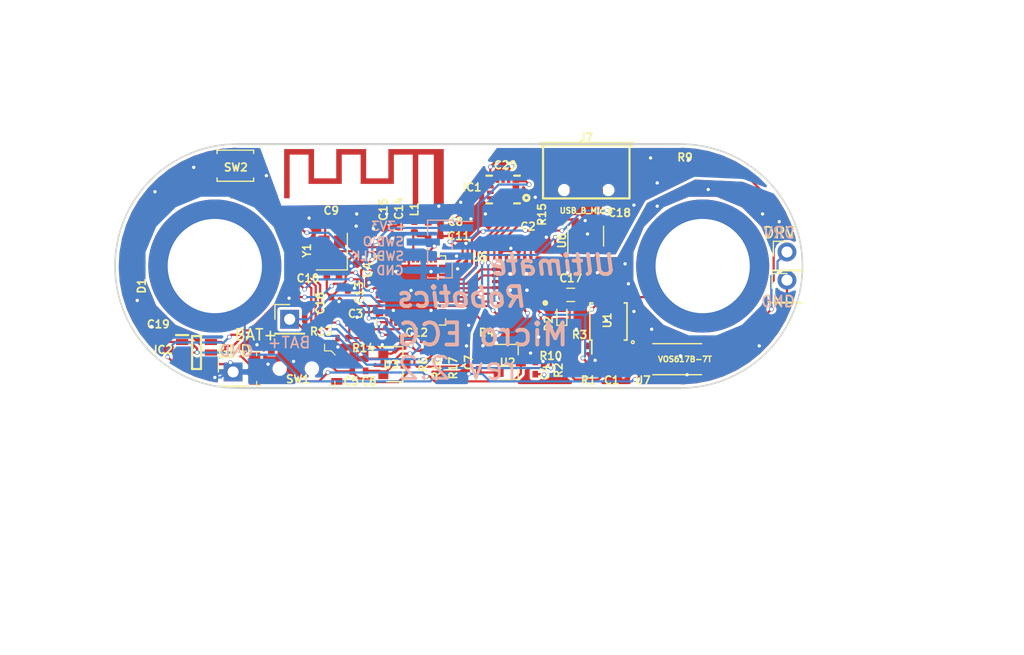
<source format=kicad_pcb>
(kicad_pcb (version 20171130) (host pcbnew 5.0.2-bee76a0~70~ubuntu18.04.1)
  (layers (0 F.Cu signal) (31 B.Cu signal) (34 B.Paste user hide) (35 F.Paste user hide) (36 B.SilkS user) (37 F.SilkS user) (38 B.Mask user hide) (39 F.Mask user hide) (44 Edge.Cuts user))
  (net 0 "")
  (net 1 "Net-(C1-Pad2)")
  (net 2 GNDA)
  (net 3 "Net-(C2-Pad2)")
  (net 4 GND)
  (net 5 +BATT)
  (net 6 +3V3)
  (net 7 +3.3VA)
  (net 8 "Net-(AE1-Pad1)")
  (net 9 "Net-(C9-Pad2)")
  (net 10 "Net-(C10-Pad2)")
  (net 11 "Net-(C11-Pad1)")
  (net 12 "Net-(C12-Pad1)")
  (net 13 "Net-(C13-Pad1)")
  (net 14 "Net-(C14-Pad1)")
  (net 15 "Net-(C16-Pad1)")
  (net 16 "Net-(D1-Pad1)")
  (net 17 "Net-(D1-Pad2)")
  (net 18 SWDIO)
  (net 19 SWDCLK)
  (net 20 "Net-(R3-Pad2)")
  (net 21 CH0+)
  (net 22 CH0-)
  (net 23 M_DAT1)
  (net 24 M_DAT0)
  (net 25 DR)
  (net 26 F_CLK)
  (net 27 CS)
  (net 28 SCLK)
  (net 29 SDO)
  (net 30 SDI)
  (net 31 "Net-(U4-Pad44)")
  (net 32 "Net-(U4-Pad32)")
  (net 33 "Net-(U4-Pad27)")
  (net 34 "Net-(U4-Pad14)")
  (net 35 "Net-(U4-Pad12)")
  (net 36 "Net-(U4-Pad11)")
  (net 37 "Net-(U4-Pad3)")
  (net 38 "Net-(U4-Pad2)")
  (net 39 "Net-(J6-Pad1)")
  (net 40 "Net-(C17-Pad1)")
  (net 41 "Net-(J5-Pad1)")
  (net 42 "Net-(J7-Pad2)")
  (net 43 "Net-(J7-Pad3)")
  (net 44 "Net-(J7-Pad4)")
  (net 45 "Net-(R15-Pad1)")
  (net 46 "Net-(U4-Pad43)")
  (net 47 "Net-(U4-Pad41)")
  (net 48 "Net-(U4-Pad40)")
  (net 49 "Net-(U4-Pad37)")
  (net 50 "Net-(U4-Pad29)")
  (net 51 "Net-(U4-Pad28)")
  (net 52 "Net-(U4-Pad7)")
  (net 53 "Net-(U4-Pad6)")
  (net 54 "Net-(U4-Pad5)")
  (net 55 "Net-(U5-Pad13)")
  (net 56 "Net-(R4-Pad1)")
  (net 57 "Net-(J3-Pad1)")
  (net 58 DRIVER)
  (net 59 "Net-(J2-Pad1)")
  (net 60 "Net-(SW1-Pad3)")
  (net 61 BATT_LEVEL)
  (net 62 "Net-(D1-Pad4)")
  (net 63 "Net-(R6-Pad2)")
  (net 64 "Net-(R16-Pad2)")
  (net 65 "Net-(R17-Pad2)")
  (net 66 "Net-(U4-Pad39)")
  (net 67 "Net-(SW2-Pad1)")
  (net 68 "Net-(C18-Pad2)")
  (net 69 "Net-(IC1-Pad2)")
  (net 70 "Net-(IC1-Pad3)")
  (net 71 "Net-(IC1-Pad10)")
  (net 72 "Net-(IC1-Pad11)")
  (net 73 BMI_CS)
  (net 74 "Net-(J4-Pad1)")
  (net 75 "Net-(R9-Pad2)")
  (net 76 +3.3VP)
  (net 77 BMI_INT1)
  (net 78 BMI_INT2)
  (net 79 AMP_PWR)
  (module Pin_Headers:Pin_Header_Straight_1x01_Pitch2.54mm (layer F.Cu) (at 100 100)
    (fp_text reference J6)
    (fp_text value Conn_01x01_Male)
    (pad 1 thru_hole circle (at -2 0) (size 12 12) (drill 8.5) (layers *.Cu *.Mask) (net 39 "Net-(J6-Pad1)"))
  )
  (module Pin_Headers:Pin_Header_Straight_1x01_Pitch2.54mm (layer F.Cu) (at 140 100)
    (fp_text reference J5)
    (fp_text value Conn_01x01_Male)
    (pad 1 thru_hole circle (at 2 0) (size 12 12) (drill 8.5) (layers *.Cu *.Mask) (net 41 "Net-(J5-Pad1)"))
  )
  (module ultimate_library:LED_RGB_0603 (layer F.Cu) (at 90.5 100 90)
    (fp_text reference D1 (at -1.8 0.9 90) (layer F.SilkS) (effects (font (size 0.7 0.7))))
    (fp_text value "LED_ARGB(a3)")
    (pad 1 smd rect (at -0.7 -0.45 270) (size 0.7 0.6) (layers F.Cu F.Paste F.Mask) (net 16 "Net-(D1-Pad1)"))
    (pad 2 smd rect (at 0.6 -0.45 270) (size 0.7 0.6) (layers F.Cu F.Paste F.Mask) (net 17 "Net-(D1-Pad2)"))
    (pad 4 smd rect (at 0.6 0.45 270) (size 0.7 0.6) (layers F.Cu F.Paste F.Mask) (net 62 "Net-(D1-Pad4)"))
    (pad 3 smd rect (at -0.7 0.45 270) (size 0.7 0.6) (layers F.Cu F.Paste F.Mask) (net 6 +3V3))
  )
  (module ultimate_library:Crystal_SMD_2520-4pin_2.5x2.0mm (layer F.Cu) (at 108.55 98.7 90)
    (fp_text reference Y1 (at 0.1 -2.25 90) (layer F.SilkS) (effects (font (size 0.7 0.7))))
    (fp_text value Crystal_GND24)
    (pad 4 smd rect (at -0.875 -0.7 90) (size 1.15 1) (layers F.Cu F.Paste F.Mask) (net 4 GND))
    (pad 3 smd rect (at 0.875 -0.7 90) (size 1.15 1) (layers F.Cu F.Paste F.Mask) (net 9 "Net-(C9-Pad2)"))
    (pad 2 smd rect (at 0.875 0.7 90) (size 1.15 1) (layers F.Cu F.Paste F.Mask) (net 4 GND))
    (pad 1 smd rect (at -0.875 0.7 90) (size 1.15 1) (layers F.Cu F.Paste F.Mask) (net 10 "Net-(C10-Pad2)"))
  )
  (module ultimate_library:conn_usb_B_micro_smd_our (layer F.Cu) (at 131.5 91 180)
    (fp_text reference J7 (at 0 2.60096 180) (layer F.SilkS) (effects (font (size 0.7 0.7))))
    (fp_text value USB_B_Micro (at 0 -4.0005 180) (layer F.SilkS) (effects (font (size 0.5 0.5) (thickness 0.125))))
    (pad "" np_thru_hole circle (at -2 -2.15 180) (size 0.6 0.6) (drill 0.6) (layers *.Cu *.Mask F.SilkS))
    (pad "" np_thru_hole circle (at 2 -2.15 180) (size 0.6 0.6) (drill 0.6) (layers *.Cu *.Mask F.SilkS))
    (pad 5 smd rect (at 1.30048 -2.67462 180) (size 0.4 1.35) (layers F.Cu F.Paste F.Mask) (net 4 GND))
    (pad 4 smd rect (at 0.6477 -2.67462 180) (size 0.4 1.35) (layers F.Cu F.Paste F.Mask) (net 44 "Net-(J7-Pad4)"))
    (pad 3 smd rect (at 0 -2.67462 180) (size 0.4 1.35) (layers F.Cu F.Paste F.Mask) (net 43 "Net-(J7-Pad3)"))
    (pad 2 smd rect (at -0.6477 -2.67462 180) (size 0.4 1.35) (layers F.Cu F.Paste F.Mask) (net 42 "Net-(J7-Pad2)"))
    (pad 1 smd rect (at -1.30048 -2.67462 180) (size 0.4 1.35) (layers F.Cu F.Paste F.Mask) (net 68 "Net-(C18-Pad2)"))
    (pad "" smd rect (at -3.9497 0 180) (size 1.89738 1.89738) (layers F.Cu F.Paste F.Mask))
    (pad "" smd rect (at 3.9497 0 180) (size 1.9 1.9) (layers F.Cu F.Paste F.Mask))
    (pad "" smd rect (at 1.19888 0 180) (size 1.89738 1.89738) (layers F.Cu F.Paste F.Mask))
    (pad "" smd rect (at -1.19888 0 180) (size 1.89738 1.89738) (layers F.Cu F.Paste F.Mask))
  )
  (module ultimate_library:Slider_Switch_ali (layer F.Cu) (at 105.3 109.25 180)
    (fp_text reference SW1 (at -0.2 -0.95 180) (layer F.SilkS) (effects (font (size 0.7 0.7))))
    (fp_text value SW_SPDT)
    (pad 0 smd rect (at 3.7 1.15 180) (size 1 0.6) (layers F.Cu F.Paste F.Mask))
    (pad 0 smd rect (at 3.7 -1.15 180) (size 1 0.6) (layers F.Cu F.Paste F.Mask))
    (pad 0 smd rect (at -3.7 1.15 180) (size 1 0.6) (layers F.Cu F.Paste F.Mask))
    (pad 0 smd rect (at -3.7 -1.15 180) (size 1 0.6) (layers F.Cu F.Paste F.Mask))
    (pad "" np_thru_hole circle (at 1.45 0 180) (size 0.8 0.8) (drill 0.8) (layers *.Cu *.Mask))
    (pad "" np_thru_hole circle (at -1.45 0 180) (size 0.8 0.8) (drill 0.8) (layers *.Cu *.Mask))
    (pad 1 smd rect (at -2.2 1.85 180) (size 0.6 1) (layers F.Cu F.Paste F.Mask) (net 59 "Net-(J2-Pad1)"))
    (pad 2 smd rect (at -0.7 1.85 180) (size 0.6 1) (layers F.Cu F.Paste F.Mask) (net 5 +BATT))
    (pad 3 smd rect (at 2.2 1.85 180) (size 0.6 1) (layers F.Cu F.Paste F.Mask) (net 60 "Net-(SW1-Pad3)"))
  )
  (module ultimate_library:QFN-48-1EP_6x6mm_Pitch0.4mm (layer F.Cu) (at 115.7 102.2 90)
    (fp_text reference U4 (at 1.85 -3.875 90) (layer F.SilkS) (effects (font (size 0.7 0.7))))
    (fp_text value nRF52832-QFxx)
    (pad 49 smd rect (at 0 0 90) (size 4.66 4.66) (layers F.Cu F.Mask) (net 4 GND))
    (pad 1 smd rect (at -2.86 -2.2 90) (size 0.68 0.25) (layers F.Cu F.Paste F.Mask) (net 12 "Net-(C12-Pad1)"))
    (pad 2 smd rect (at -2.86 -1.8 90) (size 0.68 0.25) (layers F.Cu F.Paste F.Mask) (net 38 "Net-(U4-Pad2)"))
    (pad 3 smd rect (at -2.86 -1.4 90) (size 0.68 0.25) (layers F.Cu F.Paste F.Mask) (net 37 "Net-(U4-Pad3)"))
    (pad 4 smd rect (at -2.86 -1 90) (size 0.68 0.25) (layers F.Cu F.Paste F.Mask) (net 61 BATT_LEVEL))
    (pad 5 smd rect (at -2.86 -0.6 90) (size 0.68 0.25) (layers F.Cu F.Paste F.Mask) (net 54 "Net-(U4-Pad5)"))
    (pad 6 smd rect (at -2.86 -0.2 90) (size 0.68 0.25) (layers F.Cu F.Paste F.Mask) (net 53 "Net-(U4-Pad6)"))
    (pad 7 smd rect (at -2.86 0.2 90) (size 0.68 0.25) (layers F.Cu F.Paste F.Mask) (net 52 "Net-(U4-Pad7)"))
    (pad 8 smd rect (at -2.86 0.6 90) (size 0.68 0.25) (layers F.Cu F.Paste F.Mask) (net 63 "Net-(R6-Pad2)"))
    (pad 9 smd rect (at -2.86 1 90) (size 0.68 0.25) (layers F.Cu F.Paste F.Mask) (net 64 "Net-(R16-Pad2)"))
    (pad 10 smd rect (at -2.86 1.4 90) (size 0.68 0.25) (layers F.Cu F.Paste F.Mask) (net 65 "Net-(R17-Pad2)"))
    (pad 11 smd rect (at -2.86 1.8 90) (size 0.68 0.25) (layers F.Cu F.Paste F.Mask) (net 36 "Net-(U4-Pad11)"))
    (pad 12 smd rect (at -2.86 2.2 90) (size 0.68 0.25) (layers F.Cu F.Paste F.Mask) (net 35 "Net-(U4-Pad12)"))
    (pad 13 smd rect (at -2.2 2.86 90) (size 0.25 0.68) (layers F.Cu F.Paste F.Mask) (net 6 +3V3))
    (pad 14 smd rect (at -1.8 2.86 90) (size 0.25 0.68) (layers F.Cu F.Paste F.Mask) (net 34 "Net-(U4-Pad14)"))
    (pad 15 smd rect (at -1.4 2.86 90) (size 0.25 0.68) (layers F.Cu F.Paste F.Mask) (net 30 SDI))
    (pad 16 smd rect (at -1 2.86 90) (size 0.25 0.68) (layers F.Cu F.Paste F.Mask) (net 29 SDO))
    (pad 17 smd rect (at -0.6 2.86 90) (size 0.25 0.68) (layers F.Cu F.Paste F.Mask) (net 28 SCLK))
    (pad 18 smd rect (at -0.2 2.86 90) (size 0.25 0.68) (layers F.Cu F.Paste F.Mask) (net 27 CS))
    (pad 19 smd rect (at 0.2 2.86 90) (size 0.25 0.68) (layers F.Cu F.Paste F.Mask) (net 26 F_CLK))
    (pad 20 smd rect (at 0.6 2.86 90) (size 0.25 0.68) (layers F.Cu F.Paste F.Mask) (net 25 DR))
    (pad 21 smd rect (at 1 2.86 90) (size 0.25 0.68) (layers F.Cu F.Paste F.Mask) (net 73 BMI_CS))
    (pad 22 smd rect (at 1.4 2.86 90) (size 0.25 0.68) (layers F.Cu F.Paste F.Mask) (net 58 DRIVER))
    (pad 23 smd rect (at 1.8 2.86 90) (size 0.25 0.68) (layers F.Cu F.Paste F.Mask) (net 77 BMI_INT1))
    (pad 24 smd rect (at 2.2 2.86 90) (size 0.25 0.68) (layers F.Cu F.Paste F.Mask))
    (pad 25 smd rect (at 2.86 2.2 90) (size 0.68 0.25) (layers F.Cu F.Paste F.Mask) (net 19 SWDCLK))
    (pad 26 smd rect (at 2.86 1.8 90) (size 0.68 0.25) (layers F.Cu F.Paste F.Mask) (net 18 SWDIO))
    (pad 27 smd rect (at 2.86 1.4 90) (size 0.68 0.25) (layers F.Cu F.Paste F.Mask) (net 33 "Net-(U4-Pad27)"))
    (pad 28 smd rect (at 2.86 1 90) (size 0.68 0.25) (layers F.Cu F.Paste F.Mask) (net 51 "Net-(U4-Pad28)"))
    (pad 29 smd rect (at 2.86 0.6 90) (size 0.68 0.25) (layers F.Cu F.Paste F.Mask) (net 50 "Net-(U4-Pad29)"))
    (pad 30 smd rect (at 2.86 0.2 90) (size 0.68 0.25) (layers F.Cu F.Paste F.Mask) (net 11 "Net-(C11-Pad1)"))
    (pad 31 smd rect (at 2.86 -0.2 90) (size 0.68 0.25) (layers F.Cu F.Paste F.Mask) (net 4 GND))
    (pad 32 smd rect (at 2.86 -0.6 90) (size 0.68 0.25) (layers F.Cu F.Paste F.Mask) (net 32 "Net-(U4-Pad32)"))
    (pad 33 smd rect (at 2.86 -1 90) (size 0.68 0.25) (layers F.Cu F.Paste F.Mask) (net 14 "Net-(C14-Pad1)"))
    (pad 34 smd rect (at 2.86 -1.4 90) (size 0.68 0.25) (layers F.Cu F.Paste F.Mask) (net 9 "Net-(C9-Pad2)"))
    (pad 35 smd rect (at 2.86 -1.8 90) (size 0.68 0.25) (layers F.Cu F.Paste F.Mask) (net 10 "Net-(C10-Pad2)"))
    (pad 36 smd rect (at 2.86 -2.2 90) (size 0.68 0.25) (layers F.Cu F.Paste F.Mask) (net 6 +3V3))
    (pad 37 smd rect (at 2.2 -2.86 90) (size 0.25 0.68) (layers F.Cu F.Paste F.Mask) (net 49 "Net-(U4-Pad37)"))
    (pad 38 smd rect (at 1.8 -2.86 90) (size 0.25 0.68) (layers F.Cu F.Paste F.Mask) (net 67 "Net-(SW2-Pad1)"))
    (pad 39 smd rect (at 1.4 -2.86 90) (size 0.25 0.68) (layers F.Cu F.Paste F.Mask) (net 66 "Net-(U4-Pad39)"))
    (pad 40 smd rect (at 1 -2.86 90) (size 0.25 0.68) (layers F.Cu F.Paste F.Mask) (net 48 "Net-(U4-Pad40)"))
    (pad 41 smd rect (at 0.6 -2.86 90) (size 0.25 0.68) (layers F.Cu F.Paste F.Mask) (net 47 "Net-(U4-Pad41)"))
    (pad 42 smd rect (at 0.2 -2.86 90) (size 0.25 0.68) (layers F.Cu F.Paste F.Mask) (net 79 AMP_PWR))
    (pad 43 smd rect (at -0.2 -2.86 90) (size 0.25 0.68) (layers F.Cu F.Paste F.Mask) (net 46 "Net-(U4-Pad43)"))
    (pad 44 smd rect (at -0.6 -2.86 90) (size 0.25 0.68) (layers F.Cu F.Paste F.Mask) (net 31 "Net-(U4-Pad44)"))
    (pad 45 smd rect (at -1 -2.86 90) (size 0.25 0.68) (layers F.Cu F.Paste F.Mask) (net 4 GND))
    (pad 46 smd rect (at -1.4 -2.86 90) (size 0.25 0.68) (layers F.Cu F.Paste F.Mask) (net 13 "Net-(C13-Pad1)"))
    (pad 47 smd rect (at -1.8 -2.86 90) (size 0.25 0.68) (layers F.Cu F.Paste F.Mask) (net 15 "Net-(C16-Pad1)"))
    (pad 48 smd rect (at -2.2 -2.86 90) (size 0.25 0.68) (layers F.Cu F.Paste F.Mask) (net 6 +3V3))
  )
  (module Buttons_Switches_SMD:SW_SPST_B3U-1000P (layer F.Cu) (at 99.85 90.95)
    (fp_text reference SW2 (at 0.05 0.15) (layer F.SilkS) (effects (font (size 0.7 0.7))))
    (fp_text value SW_Push)
    (pad 1 smd rect (at -1.699999 0) (size 0.9 1.7) (layers F.Cu F.Paste F.Mask) (net 67 "Net-(SW2-Pad1)"))
    (pad 2 smd rect (at 1.699999 0) (size 0.9 1.7) (layers F.Cu F.Paste F.Mask) (net 4 GND))
  )
  (module Capacitors_SMD:C_0402_NoSilk (layer F.Cu) (at 133.9 109.4 180)
    (fp_text reference C1 (at 0.1 -0.9 180) (layer F.SilkS) (effects (font (size 0.7 0.7))))
    (fp_text value 100n)
    (pad 1 smd rect (at -0.55 0 180) (size 0.6 0.5) (layers F.Cu F.Paste F.Mask) (net 2 GNDA))
    (pad 2 smd rect (at 0.55 0 180) (size 0.6 0.5) (layers F.Cu F.Paste F.Mask) (net 1 "Net-(C1-Pad2)"))
  )
  (module Resistors_SMD:R_0402_NoSilk (layer F.Cu) (at 131.1 107.2)
    (fp_text reference R3 (at -0.2 -1) (layer F.SilkS) (effects (font (size 0.7 0.7))))
    (fp_text value 10)
    (pad 1 smd rect (at -0.45 0) (size 0.4 0.6) (layers F.Cu F.Paste F.Mask) (net 22 CH0-))
    (pad 2 smd rect (at 0.45 0) (size 0.4 0.6) (layers F.Cu F.Paste F.Mask) (net 20 "Net-(R3-Pad2)"))
  )
  (module Resistors_SMD:R_0402_NoSilk (layer F.Cu) (at 129.1 107.2 180)
    (fp_text reference R10 (at 0.8 -0.9 180) (layer F.SilkS) (effects (font (size 0.7 0.7))))
    (fp_text value 100k)
    (pad 2 smd rect (at 0.45 0 180) (size 0.4 0.6) (layers F.Cu F.Paste F.Mask) (net 39 "Net-(J6-Pad1)"))
    (pad 1 smd rect (at -0.45 0 180) (size 0.4 0.6) (layers F.Cu F.Paste F.Mask) (net 22 CH0-))
  )
  (module Capacitors_SMD:C_0603 (layer F.Cu) (at 130.1 102.6 180)
    (fp_text reference C17 (at 0 1.5 180) (layer F.SilkS) (effects (font (size 0.7 0.7))))
    (fp_text value "10 uF")
    (pad 1 smd rect (at -0.75 0 180) (size 0.8 0.75) (layers F.Cu F.Paste F.Mask) (net 40 "Net-(C17-Pad1)"))
    (pad 2 smd rect (at 0.75 0 180) (size 0.8 0.75) (layers F.Cu F.Paste F.Mask) (net 21 CH0+))
  )
  (module ultimate_library:QFN55P400X400X100-21N-D (layer F.Cu) (at 125.4 101.4 180)
    (fp_text reference U5 (at 3.5 2.2 180) (layer F.SilkS) (effects (font (size 0.7 0.7))))
    (fp_text value "MCP3911(QFN)" hide)
    (pad 1 smd rect (at -1.95 -1.1 270) (size 0.3 0.9) (layers F.Cu F.Paste F.Mask) (net 21 CH0+))
    (pad 2 smd rect (at -1.95 -0.55 270) (size 0.3 0.9) (layers F.Cu F.Paste F.Mask) (net 22 CH0-))
    (pad 3 smd rect (at -1.95 0 270) (size 0.3 0.9) (layers F.Cu F.Paste F.Mask) (net 22 CH0-))
    (pad 4 smd rect (at -1.95 0.55 270) (size 0.3 0.9) (layers F.Cu F.Paste F.Mask) (net 22 CH0-))
    (pad 5 smd rect (at -1.95 1.1 270) (size 0.3 0.9) (layers F.Cu F.Paste F.Mask) (net 2 GNDA))
    (pad 6 smd rect (at -1.1 1.95 180) (size 0.3 0.9) (layers F.Cu F.Paste F.Mask) (net 3 "Net-(C2-Pad2)"))
    (pad 7 smd rect (at -0.55 1.95 180) (size 0.3 0.9) (layers F.Cu F.Paste F.Mask) (net 2 GNDA))
    (pad 8 smd rect (at 0 1.95 180) (size 0.3 0.9) (layers F.Cu F.Paste F.Mask) (net 4 GND))
    (pad 9 smd rect (at 0.55 1.95 180) (size 0.3 0.9) (layers F.Cu F.Paste F.Mask) (net 23 M_DAT1))
    (pad 10 smd rect (at 1.1 1.95 180) (size 0.3 0.9) (layers F.Cu F.Paste F.Mask) (net 24 M_DAT0))
    (pad 11 smd rect (at 1.95 1.1 270) (size 0.3 0.9) (layers F.Cu F.Paste F.Mask) (net 25 DR))
    (pad 12 smd rect (at 1.95 0.55 270) (size 0.3 0.9) (layers F.Cu F.Paste F.Mask) (net 26 F_CLK))
    (pad 13 smd rect (at 1.95 0 270) (size 0.3 0.9) (layers F.Cu F.Paste F.Mask) (net 55 "Net-(U5-Pad13)"))
    (pad 14 smd rect (at 1.95 -0.55 270) (size 0.3 0.9) (layers F.Cu F.Paste F.Mask) (net 27 CS))
    (pad 15 smd rect (at 1.95 -1.1 270) (size 0.3 0.9) (layers F.Cu F.Paste F.Mask) (net 28 SCLK))
    (pad 16 smd rect (at 1.1 -1.95 180) (size 0.3 0.9) (layers F.Cu F.Paste F.Mask) (net 29 SDO))
    (pad 17 smd rect (at 0.55 -1.95 180) (size 0.3 0.9) (layers F.Cu F.Paste F.Mask) (net 30 SDI))
    (pad 18 smd rect (at 0 -1.95 180) (size 0.3 0.9) (layers F.Cu F.Paste F.Mask) (net 56 "Net-(R4-Pad1)"))
    (pad 19 smd rect (at -0.55 -1.95 180) (size 0.3 0.9) (layers F.Cu F.Paste F.Mask) (net 6 +3V3))
    (pad 20 smd rect (at -1.1 -1.95 180) (size 0.3 0.9) (layers F.Cu F.Paste F.Mask) (net 7 +3.3VA))
    (pad 21 smd rect (at 0 0 180) (size 2.65 2.65) (layers F.Cu F.Paste F.Mask) (net 2 GNDA))
  )
  (module Resistors_SMD:R_0402_NoSilk (layer F.Cu) (at 131.9 109.4 180)
    (fp_text reference R1 (at 0.2 -0.9 180) (layer F.SilkS) (effects (font (size 0.7 0.7))))
    (fp_text value 510k)
    (pad 2 smd rect (at 0.45 0 180) (size 0.4 0.6) (layers F.Cu F.Paste F.Mask) (net 7 +3.3VA))
    (pad 1 smd rect (at -0.45 0 180) (size 0.4 0.6) (layers F.Cu F.Paste F.Mask) (net 1 "Net-(C1-Pad2)"))
  )
  (module Resistors_SMD:R_0402_NoSilk (layer F.Cu) (at 130.048 108.966 270)
    (fp_text reference R2 (at 0.434 1.048 270) (layer F.SilkS) (effects (font (size 0.7 0.7))))
    (fp_text value 200k)
    (pad 1 smd rect (at -0.45 0 270) (size 0.4 0.6) (layers F.Cu F.Paste F.Mask) (net 2 GNDA))
    (pad 2 smd rect (at 0.45 0 270) (size 0.4 0.6) (layers F.Cu F.Paste F.Mask) (net 1 "Net-(C1-Pad2)"))
  )
  (module TO_SOT_Packages_SMD:SOT-23 (layer F.Cu) (at 124.6 108.65)
    (fp_text reference U2 (at -0.2 0.05) (layer F.SilkS) (effects (font (size 0.7 0.7))))
    (fp_text value MCP1703A-3302_SOT23)
    (pad 1 smd rect (at -1 -0.95) (size 0.9 0.8) (layers F.Cu F.Paste F.Mask) (net 2 GNDA))
    (pad 2 smd rect (at -1 0.95) (size 0.9 0.8) (layers F.Cu F.Paste F.Mask) (net 7 +3.3VA))
    (pad 3 smd rect (at 1 0) (size 0.9 0.8) (layers F.Cu F.Paste F.Mask) (net 76 +3.3VP))
  )
  (module Connector_PinHeader_2.54mm:PinHeader_1x01_P2.54mm_Vertical (layer F.Cu) (at 149.6 102)
    (fp_text reference J4)
    (fp_text value Conn_01x01_Male)
    (pad 1 thru_hole circle (at 0 -0.73) (size 1.7 1.7) (drill 1) (layers *.Cu *.Mask) (net 74 "Net-(J4-Pad1)"))
  )
  (module Inductor_SMD:L_0402_1005Metric (layer F.Cu) (at 116 96.485 270)
    (fp_text reference L1 (at -1.585 0 270) (layer F.SilkS) (effects (font (size 0.7 0.7))))
    (fp_text value 3.9nH)
    (pad 2 smd roundrect (at 0.485 0 270) (size 0.59 0.64) (layers F.Cu F.Paste F.Mask) (net 11 "Net-(C11-Pad1)"))
    (pad 1 smd roundrect (at -0.485 0 270) (size 0.59 0.64) (layers F.Cu F.Paste F.Mask) (net 8 "Net-(AE1-Pad1)"))
  )
  (module Pin_Headers:Pin_Header_Straight_1x01_Pitch2.54mm (layer F.Cu) (at 149.7 99.1)
    (fp_text reference J3)
    (fp_text value Conn_01x01_Male)
    (pad 1 thru_hole circle (at -0.1 -0.37) (size 1.7 1.7) (drill 1) (layers *.Cu *.Mask) (net 57 "Net-(J3-Pad1)"))
  )
  (module Pin_Headers:Pin_Header_Straight_1x01_Pitch2.54mm (layer F.Cu) (at 104.75 104.8)
    (fp_text reference J2)
    (fp_text value Conn_01x01_Male)
    (pad 1 thru_hole rect (at 0 0) (size 1.7 1.7) (drill 1) (layers *.Cu *.Mask) (net 59 "Net-(J2-Pad1)"))
  )
  (module Pin_Headers:Pin_Header_Straight_1x01_Pitch2.54mm (layer F.Cu) (at 99.65 109.55)
    (fp_text reference J9)
    (fp_text value Conn_01x01_Male)
    (pad 1 thru_hole rect (at 0 0) (size 1.7 1.7) (drill 1) (layers *.Cu *.Mask) (net 4 GND))
  )
  (module TO_SOT_Packages_SMD:SOT-23 (layer F.Cu) (at 114.2 108.85)
    (fp_text reference U3 (at -0.3 0.05) (layer F.SilkS) (effects (font (size 0.7 0.7))))
    (fp_text value MCP1703A-3302_SOT23)
    (pad 3 smd rect (at 1 0) (size 0.9 0.8) (layers F.Cu F.Paste F.Mask) (net 5 +BATT))
    (pad 2 smd rect (at -1 0.95) (size 0.9 0.8) (layers F.Cu F.Paste F.Mask) (net 6 +3V3))
    (pad 1 smd rect (at -1 -0.95) (size 0.9 0.8) (layers F.Cu F.Paste F.Mask) (net 4 GND))
  )
  (module TO_SOT_Packages_SMD:SOT-23-5 (layer F.Cu) (at 131.45 97.3 90)
    (fp_text reference U6 (at -0.4 -2.15 270) (layer F.SilkS) (effects (font (size 0.7 0.7))))
    (fp_text value MCP73811T-420I-OT)
    (pad 1 smd rect (at -1.1 -0.95 90) (size 1.06 0.65) (layers F.Cu F.Paste F.Mask) (net 68 "Net-(C18-Pad2)"))
    (pad 2 smd rect (at -1.1 0 90) (size 1.06 0.65) (layers F.Cu F.Paste F.Mask) (net 4 GND))
    (pad 3 smd rect (at -1.1 0.95 90) (size 1.06 0.65) (layers F.Cu F.Paste F.Mask) (net 59 "Net-(J2-Pad1)"))
    (pad 4 smd rect (at 1.1 0.95 90) (size 1.06 0.65) (layers F.Cu F.Paste F.Mask) (net 68 "Net-(C18-Pad2)"))
    (pad 5 smd rect (at 1.1 -0.95 90) (size 1.06 0.65) (layers F.Cu F.Paste F.Mask) (net 45 "Net-(R15-Pad1)"))
  )
  (module Capacitors_SMD:C_0402_NoSilk (layer F.Cu) (at 126.25 97.7)
    (fp_text reference C2 (at 0 -1.27) (layer F.SilkS) (effects (font (size 0.7 0.7))))
    (fp_text value "100n (NP0 !!!)")
    (pad 2 smd rect (at 0.55 0) (size 0.6 0.5) (layers F.Cu F.Paste F.Mask) (net 3 "Net-(C2-Pad2)"))
    (pad 1 smd rect (at -0.55 0) (size 0.6 0.5) (layers F.Cu F.Paste F.Mask) (net 2 GNDA))
  )
  (module Capacitors_SMD:C_0402_NoSilk (layer F.Cu) (at 110.615 105.2 180)
    (fp_text reference C3 (at -0.085 0.9 180) (layer F.SilkS) (effects (font (size 0.7 0.7))))
    (fp_text value 100n)
    (pad 2 smd rect (at 0.55 0 180) (size 0.6 0.5) (layers F.Cu F.Paste F.Mask) (net 61 BATT_LEVEL))
    (pad 1 smd rect (at -0.55 0 180) (size 0.6 0.5) (layers F.Cu F.Paste F.Mask) (net 4 GND))
  )
  (module Capacitors_SMD:C_0402_NoSilk (layer F.Cu) (at 126.9 109.2 90)
    (fp_text reference C4 (at -0.4 0.9 90) (layer F.SilkS) (effects (font (size 0.7 0.7))))
    (fp_text value "1 uF")
    (pad 1 smd rect (at -0.55 0 90) (size 0.6 0.5) (layers F.Cu F.Paste F.Mask) (net 4 GND))
    (pad 2 smd rect (at 0.55 0 90) (size 0.6 0.5) (layers F.Cu F.Paste F.Mask) (net 76 +3.3VP))
  )
  (module Capacitors_SMD:C_0402_NoSilk (layer F.Cu) (at 110.4 108.95 270)
    (fp_text reference C5 (at 1.45 0.1) (layer F.SilkS) (effects (font (size 0.7 0.7))))
    (fp_text value "1 uF")
    (pad 1 smd rect (at -0.55 0 270) (size 0.6 0.5) (layers F.Cu F.Paste F.Mask) (net 4 GND))
    (pad 2 smd rect (at 0.55 0 270) (size 0.6 0.5) (layers F.Cu F.Paste F.Mask) (net 5 +BATT))
  )
  (module Capacitors_SMD:C_0402_NoSilk (layer F.Cu) (at 111.6 108.9 270)
    (fp_text reference C6 (at 1.5 -0.3) (layer F.SilkS) (effects (font (size 0.7 0.7))))
    (fp_text value "1 uF")
    (pad 1 smd rect (at -0.55 0 270) (size 0.6 0.5) (layers F.Cu F.Paste F.Mask) (net 4 GND))
    (pad 2 smd rect (at 0.55 0 270) (size 0.6 0.5) (layers F.Cu F.Paste F.Mask) (net 6 +3V3))
  )
  (module Capacitors_SMD:C_0402_NoSilk (layer F.Cu) (at 121.8 108.75 270)
    (fp_text reference C7 (at -0.05 0.9 270) (layer F.SilkS) (effects (font (size 0.7 0.7))))
    (fp_text value "1 uF")
    (pad 2 smd rect (at 0.55 0 270) (size 0.6 0.5) (layers F.Cu F.Paste F.Mask) (net 7 +3.3VA))
    (pad 1 smd rect (at -0.55 0 270) (size 0.6 0.5) (layers F.Cu F.Paste F.Mask) (net 2 GNDA))
  )
  (module Capacitors_SMD:C_0402_NoSilk (layer F.Cu) (at 117.8 96.1)
    (fp_text reference C8 (at 1.9 -0.1) (layer F.SilkS) (effects (font (size 0.7 0.7))))
    (fp_text value N.C.)
    (pad 2 smd rect (at 0.55 0) (size 0.6 0.5) (layers F.Cu F.Paste F.Mask) (net 4 GND))
    (pad 1 smd rect (at -0.55 0) (size 0.6 0.5) (layers F.Cu F.Paste F.Mask) (net 8 "Net-(AE1-Pad1)"))
  )
  (module Capacitors_SMD:C_0402_NoSilk (layer F.Cu) (at 108.5 96.1 180)
    (fp_text reference C9 (at 0 1.1 180) (layer F.SilkS) (effects (font (size 0.7 0.7))))
    (fp_text value 12p)
    (pad 2 smd rect (at 0.55 0 180) (size 0.6 0.5) (layers F.Cu F.Paste F.Mask) (net 9 "Net-(C9-Pad2)"))
    (pad 1 smd rect (at -0.55 0 180) (size 0.6 0.5) (layers F.Cu F.Paste F.Mask) (net 4 GND))
  )
  (module Capacitors_SMD:C_0402_NoSilk (layer F.Cu) (at 108.65 101)
    (fp_text reference C10 (at -2.25 0.1) (layer F.SilkS) (effects (font (size 0.7 0.7))))
    (fp_text value 12p)
    (pad 1 smd rect (at -0.55 0) (size 0.6 0.5) (layers F.Cu F.Paste F.Mask) (net 4 GND))
    (pad 2 smd rect (at 0.55 0) (size 0.6 0.5) (layers F.Cu F.Paste F.Mask) (net 10 "Net-(C10-Pad2)"))
  )
  (module Capacitors_SMD:C_0402_NoSilk (layer F.Cu) (at 117.785 97.3)
    (fp_text reference C11 (at 2.215 0) (layer F.SilkS) (effects (font (size 0.7 0.7))))
    (fp_text value "0.8 pF")
    (pad 1 smd rect (at -0.55 0) (size 0.6 0.5) (layers F.Cu F.Paste F.Mask) (net 11 "Net-(C11-Pad1)"))
    (pad 2 smd rect (at 0.55 0) (size 0.6 0.5) (layers F.Cu F.Paste F.Mask) (net 4 GND))
  )
  (module Capacitors_SMD:C_0402_NoSilk (layer F.Cu) (at 114.35 106.5)
    (fp_text reference C12 (at 1.85 -0.5) (layer F.SilkS) (effects (font (size 0.7 0.7))))
    (fp_text value 100n)
    (pad 2 smd rect (at 0.55 0) (size 0.6 0.5) (layers F.Cu F.Paste F.Mask) (net 4 GND))
    (pad 1 smd rect (at -0.55 0) (size 0.6 0.5) (layers F.Cu F.Paste F.Mask) (net 12 "Net-(C12-Pad1)"))
  )
  (module Capacitors_SMD:C_0402_NoSilk (layer F.Cu) (at 110 102.75 90)
    (fp_text reference C13 (at 0.35 1 90) (layer F.SilkS) (effects (font (size 0.7 0.7))))
    (fp_text value "1 uF")
    (pad 1 smd rect (at -0.55 0 90) (size 0.6 0.5) (layers F.Cu F.Paste F.Mask) (net 13 "Net-(C13-Pad1)"))
    (pad 2 smd rect (at 0.55 0 90) (size 0.6 0.5) (layers F.Cu F.Paste F.Mask) (net 4 GND))
  )
  (module Capacitors_SMD:C_0402_NoSilk (layer F.Cu) (at 114.7 97.05 90)
    (fp_text reference C14 (at 2.25 -0.1 90) (layer F.SilkS) (effects (font (size 0.7 0.7))))
    (fp_text value 100p)
    (pad 1 smd rect (at -0.55 0 90) (size 0.6 0.5) (layers F.Cu F.Paste F.Mask) (net 14 "Net-(C14-Pad1)"))
    (pad 2 smd rect (at 0.55 0 90) (size 0.6 0.5) (layers F.Cu F.Paste F.Mask) (net 4 GND))
  )
  (module Capacitors_SMD:C_0402_NoSilk (layer F.Cu) (at 113.3 97.15 90)
    (fp_text reference C15 (at 2.25 -0.1 90) (layer F.SilkS) (effects (font (size 0.7 0.7))))
    (fp_text value 100n)
    (pad 2 smd rect (at 0.55 0 90) (size 0.6 0.5) (layers F.Cu F.Paste F.Mask) (net 4 GND))
    (pad 1 smd rect (at -0.55 0 90) (size 0.6 0.5) (layers F.Cu F.Paste F.Mask) (net 6 +3V3))
  )
  (module Capacitors_SMD:C_0402_NoSilk (layer F.Cu) (at 108.5 103.35 90)
    (fp_text reference C16 (at 0 -1 90) (layer F.SilkS) (effects (font (size 0.7 0.7))))
    (fp_text value 100n)
    (pad 1 smd rect (at -0.55 0 90) (size 0.6 0.5) (layers F.Cu F.Paste F.Mask) (net 15 "Net-(C16-Pad1)"))
    (pad 2 smd rect (at 0.55 0 90) (size 0.6 0.5) (layers F.Cu F.Paste F.Mask) (net 4 GND))
  )
  (module Capacitors_SMD:C_0402_NoSilk (layer F.Cu) (at 134.62 96.1 180)
    (fp_text reference C18 (at 0.12 0.9 180) (layer F.SilkS) (effects (font (size 0.7 0.7))))
    (fp_text value "1 uF")
    (pad 2 smd rect (at 0.55 0 180) (size 0.6 0.5) (layers F.Cu F.Paste F.Mask) (net 68 "Net-(C18-Pad2)"))
    (pad 1 smd rect (at -0.55 0 180) (size 0.6 0.5) (layers F.Cu F.Paste F.Mask) (net 4 GND))
  )
  (module Capacitors_SMD:C_0402_NoSilk (layer F.Cu) (at 124.25 90 180)
    (fp_text reference C20 (at 0.05 -0.9 180) (layer F.SilkS) (effects (font (size 0.7 0.7))))
    (fp_text value 100n)
    (pad 2 smd rect (at 0.55 0 180) (size 0.6 0.5) (layers F.Cu F.Paste F.Mask) (net 6 +3V3))
    (pad 1 smd rect (at -0.55 0 180) (size 0.6 0.5) (layers F.Cu F.Paste F.Mask) (net 4 GND))
  )
  (module BMI160:PQFN50P300X250X88-14N (layer F.Cu) (at 124 93.1 180)
    (fp_text reference IC1 (at 2.8 0.2 180) (layer F.SilkS) (effects (font (size 0.7 0.7))))
    (fp_text value BMI160 hide)
    (pad 1 smd rect (at -1.15 -0.75 270) (size 0.3 0.6) (layers F.Cu F.Paste F.Mask) (net 29 SDO))
    (pad 2 smd rect (at -1.15 -0.25 270) (size 0.3 0.6) (layers F.Cu F.Paste F.Mask) (net 69 "Net-(IC1-Pad2)"))
    (pad 3 smd rect (at -1.15 0.25 270) (size 0.3 0.6) (layers F.Cu F.Paste F.Mask) (net 70 "Net-(IC1-Pad3)"))
    (pad 4 smd rect (at -1.15 0.75 270) (size 0.3 0.6) (layers F.Cu F.Paste F.Mask) (net 77 BMI_INT1))
    (pad 5 smd rect (at -0.5 0.9 180) (size 0.3 0.6) (layers F.Cu F.Paste F.Mask) (net 6 +3V3))
    (pad 6 smd rect (at 0 0.9 180) (size 0.3 0.6) (layers F.Cu F.Paste F.Mask) (net 4 GND))
    (pad 7 smd rect (at 0.5 0.9 180) (size 0.3 0.6) (layers F.Cu F.Paste F.Mask) (net 4 GND))
    (pad 8 smd rect (at 1.15 0.75 270) (size 0.3 0.6) (layers F.Cu F.Paste F.Mask) (net 6 +3V3))
    (pad 9 smd rect (at 1.15 0.25 270) (size 0.3 0.6) (layers F.Cu F.Paste F.Mask) (net 78 BMI_INT2))
    (pad 10 smd rect (at 1.15 -0.25 270) (size 0.3 0.6) (layers F.Cu F.Paste F.Mask) (net 71 "Net-(IC1-Pad10)"))
    (pad 11 smd rect (at 1.15 -0.75 270) (size 0.3 0.6) (layers F.Cu F.Paste F.Mask) (net 72 "Net-(IC1-Pad11)"))
    (pad 12 smd rect (at 0.5 -0.9 180) (size 0.3 0.6) (layers F.Cu F.Paste F.Mask) (net 73 BMI_CS))
    (pad 13 smd rect (at 0 -0.9 180) (size 0.3 0.6) (layers F.Cu F.Paste F.Mask) (net 28 SCLK))
    (pad 14 smd rect (at -0.5 -0.9 180) (size 0.3 0.6) (layers F.Cu F.Paste F.Mask) (net 30 SDI))
  )
  (module Resistors_SMD:R_0402_NoSilk (layer F.Cu) (at 122.5 105 180)
    (fp_text reference R4 (at 0 -1 180) (layer F.SilkS) (effects (font (size 0.7 0.7))))
    (fp_text value 200k)
    (pad 2 smd rect (at 0.45 0 180) (size 0.4 0.6) (layers F.Cu F.Paste F.Mask) (net 6 +3V3))
    (pad 1 smd rect (at -0.45 0 180) (size 0.4 0.6) (layers F.Cu F.Paste F.Mask) (net 56 "Net-(R4-Pad1)"))
  )
  (module Resistors_SMD:R_0402_NoSilk (layer F.Cu) (at 116.8 107.2 90)
    (fp_text reference R6 (at -1.7 0 90) (layer F.SilkS) (effects (font (size 0.7 0.7))))
    (fp_text value 2k)
    (pad 2 smd rect (at 0.45 0 90) (size 0.4 0.6) (layers F.Cu F.Paste F.Mask) (net 63 "Net-(R6-Pad2)"))
    (pad 1 smd rect (at -0.45 0 90) (size 0.4 0.6) (layers F.Cu F.Paste F.Mask) (net 16 "Net-(D1-Pad1)"))
  )
  (module Resistors_SMD:R_0402_NoSilk (layer F.Cu) (at 140.4 91.4)
    (fp_text reference R9 (at 0 -1.2) (layer F.SilkS) (effects (font (size 0.7 0.7))))
    (fp_text value 2k)
    (pad 1 smd rect (at -0.45 0) (size 0.4 0.6) (layers F.Cu F.Paste F.Mask) (net 58 DRIVER))
    (pad 2 smd rect (at 0.45 0) (size 0.4 0.6) (layers F.Cu F.Paste F.Mask) (net 75 "Net-(R9-Pad2)"))
  )
  (module Resistors_SMD:R_0402_NoSilk (layer F.Cu) (at 109.515 106.5)
    (fp_text reference R13 (at -1.915 -0.6) (layer F.SilkS) (effects (font (size 0.7 0.7))))
    (fp_text value 100k)
    (pad 2 smd rect (at 0.45 0) (size 0.4 0.6) (layers F.Cu F.Paste F.Mask) (net 61 BATT_LEVEL))
    (pad 1 smd rect (at -0.45 0) (size 0.4 0.6) (layers F.Cu F.Paste F.Mask) (net 5 +BATT))
  )
  (module Resistors_SMD:R_0402_NoSilk (layer F.Cu) (at 111.685 106.5)
    (fp_text reference R14 (at -0.285 0.9) (layer F.SilkS) (effects (font (size 0.7 0.7))))
    (fp_text value 100k)
    (pad 1 smd rect (at -0.45 0) (size 0.4 0.6) (layers F.Cu F.Paste F.Mask) (net 61 BATT_LEVEL))
    (pad 2 smd rect (at 0.45 0) (size 0.4 0.6) (layers F.Cu F.Paste F.Mask) (net 4 GND))
  )
  (module Resistors_SMD:R_0402_NoSilk (layer F.Cu) (at 128.7 95.35 90)
    (fp_text reference R15 (at 0 -1.2 90) (layer F.SilkS) (effects (font (size 0.7 0.7))))
    (fp_text value 13.7k)
    (pad 1 smd rect (at -0.45 0 90) (size 0.4 0.6) (layers F.Cu F.Paste F.Mask) (net 45 "Net-(R15-Pad1)"))
    (pad 2 smd rect (at 0.45 0 90) (size 0.4 0.6) (layers F.Cu F.Paste F.Mask) (net 4 GND))
  )
  (module Resistors_SMD:R_0402_NoSilk (layer F.Cu) (at 118 107.185 90)
    (fp_text reference R16 (at -2.015 0 90) (layer F.SilkS) (effects (font (size 0.7 0.7))))
    (fp_text value 2k)
    (pad 2 smd rect (at 0.45 0 90) (size 0.4 0.6) (layers F.Cu F.Paste F.Mask) (net 64 "Net-(R16-Pad2)"))
    (pad 1 smd rect (at -0.45 0 90) (size 0.4 0.6) (layers F.Cu F.Paste F.Mask) (net 17 "Net-(D1-Pad2)"))
  )
  (module Resistors_SMD:R_0402_NoSilk (layer F.Cu) (at 119.4 107.285 90)
    (fp_text reference R17 (at -1.915 0.1 90) (layer F.SilkS) (effects (font (size 0.7 0.7))))
    (fp_text value 2k)
    (pad 2 smd rect (at 0.45 0 90) (size 0.4 0.6) (layers F.Cu F.Paste F.Mask) (net 65 "Net-(R17-Pad2)"))
    (pad 1 smd rect (at -0.45 0 90) (size 0.4 0.6) (layers F.Cu F.Paste F.Mask) (net 62 "Net-(D1-Pad4)"))
  )
  (module Housings_SSOP:MSOP-8_3x3mm_Pitch0.65mm (layer F.Cu) (at 133.5 105 90)
    (fp_text reference U1 (at 0.1 -0.1 90) (layer F.SilkS) (effects (font (size 0.7 0.7))))
    (fp_text value AD8606)
    (pad 8 smd rect (at 2.2 -0.975 90) (size 1.45 0.45) (layers F.Cu F.Paste F.Mask) (net 7 +3.3VA))
    (pad 7 smd rect (at 2.2 -0.325 90) (size 1.45 0.45) (layers F.Cu F.Paste F.Mask) (net 40 "Net-(C17-Pad1)"))
    (pad 6 smd rect (at 2.2 0.325 90) (size 1.45 0.45) (layers F.Cu F.Paste F.Mask) (net 40 "Net-(C17-Pad1)"))
    (pad 5 smd rect (at 2.2 0.975 90) (size 1.45 0.45) (layers F.Cu F.Paste F.Mask) (net 41 "Net-(J5-Pad1)"))
    (pad 4 smd rect (at -2.2 0.975 90) (size 1.45 0.45) (layers F.Cu F.Paste F.Mask) (net 2 GNDA))
    (pad 3 smd rect (at -2.2 0.325 90) (size 1.45 0.45) (layers F.Cu F.Paste F.Mask) (net 1 "Net-(C1-Pad2)"))
    (pad 2 smd rect (at -2.2 -0.325 90) (size 1.45 0.45) (layers F.Cu F.Paste F.Mask) (net 20 "Net-(R3-Pad2)"))
    (pad 1 smd rect (at -2.2 -0.975 90) (size 1.45 0.45) (layers F.Cu F.Paste F.Mask) (net 20 "Net-(R3-Pad2)"))
  )
  (module VOS617B-7T:SOIC127P700X210-4N (layer F.Cu) (at 139.7 108.4)
    (fp_text reference U7 (at -3.1 1.9) (layer F.SilkS) (effects (font (size 0.7 0.7))))
    (fp_text value VOS617B-7T (at 0.7 0) (layer F.SilkS) (effects (font (size 0.5 0.5) (thickness 0.125))))
    (pad 1 smd rect (at -3.085 -0.635 90) (size 0.64 1.84) (layers F.Cu F.Paste F.Mask) (net 75 "Net-(R9-Pad2)"))
    (pad 2 smd rect (at -3.085 0.635 90) (size 0.64 1.84) (layers F.Cu F.Paste F.Mask) (net 4 GND))
    (pad 4 smd rect (at 3.085 -0.635 90) (size 0.64 1.84) (layers F.Cu F.Paste F.Mask) (net 57 "Net-(J3-Pad1)"))
    (pad 3 smd rect (at 3.085 0.635 90) (size 0.64 1.84) (layers F.Cu F.Paste F.Mask) (net 74 "Net-(J4-Pad1)"))
  )
  (module LEDs:LED_0402 (layer F.Cu) (at 129.3 104.4 90)
    (fp_text reference D2 (at -0.8 -1.2 90) (layer F.SilkS) (effects (font (size 0.7 0.7))))
    (fp_text value LED)
    (pad 1 smd rect (at -0.55 0 270) (size 0.6 0.7) (layers F.Cu F.Paste F.Mask) (net 2 GNDA))
    (pad 2 smd rect (at 0.55 0 270) (size 0.6 0.7) (layers F.Cu F.Paste F.Mask) (net 21 CH0+))
  )
  (module Pin_Headers:Pin_Header_Straight_1x04_Pitch1.27mm_SMD_Pin1Left (layer B.Cu) (at 118.3 98.465 180)
    (fp_text reference J1)
    (fp_text value Conn_01x04_Female)
    (pad 4 smd rect (at 1.5 -1.905 180) (size 3 0.65) (layers B.Cu B.Paste B.Mask) (net 4 GND))
    (pad 2 smd rect (at 1.5 0.635 180) (size 3 0.65) (layers B.Cu B.Paste B.Mask) (net 18 SWDIO))
    (pad 3 smd rect (at -1.5 -0.635 180) (size 3 0.65) (layers B.Cu B.Paste B.Mask) (net 19 SWDCLK))
    (pad 1 smd rect (at -1.5 1.905 180) (size 3 0.65) (layers B.Cu B.Paste B.Mask) (net 6 +3V3))
  )
  (module RF_Antennas:Texas_SWRA117D_2.4GHz_Left (layer F.Cu) (at 116.1 94.6)
    (fp_text reference AE1)
    (fp_text value Antenna)
    (fp_poly (pts (xy -2.45 -2.51) (xy -4.45 -2.51) (xy -4.45 -5.15) (xy -7.15 -5.15) (xy -7.15 -2.51) (xy -9.15 -2.51) (xy -9.15 -5.15) (xy -11.85 -5.15) (xy -11.85 -0.71) (xy -11.35 -0.71) (xy -11.35 -4.65) (xy -9.65 -4.65) (xy -9.65 -2.01) (xy -6.65 -2.01) (xy -6.65 -4.65) (xy -4.95 -4.65) (xy -4.95 -2.01) (xy -1.95 -2.01) (xy -1.95 -4.65) (xy -0.25 -4.65) (xy -0.25 0.25) (xy 0.25 0.25) (xy 0.25 -4.65) (xy 1.65 -4.65) (xy 1.65 0.25) (xy 2.55 0.25) (xy 2.55 0.006785) (xy 2.247583 0.006785) (xy 2.237742 0.054395) (xy 2.213674 0.096797) (xy 2.175731 0.129581) (xy 2.167819 0.133935) (xy 2.125156 0.146043) (xy 2.076637 0.1453) (xy 2.031122 0.1324) (xy 2.012511 0.121787) (xy 1.978868 0.086553) (xy 1.958309 0.041368) (xy 1.951778 -0.008158) (xy 1.960218 -0.056417) (xy 1.977112 -0.088643) (xy 2.012372 -0.121313) (xy 2.057682 -0.141408) (xy 2.107267 -0.147982) (xy 2.155353 -0.140092) (xy 2.188245 -0.123186) (xy 2.223185 -0.086416) (xy 2.242847 -0.041622) (xy 2.247583 0.006785) (xy 2.55 0.006785) (xy 2.55 -5.15) (xy -2.45 -5.15) (xy -2.45 -2.51)) (layer F.Cu) (width 0))
    (pad 1 connect rect (at 0 0) (size 0.5 0.5) (layers F.Cu) (net 8 "Net-(AE1-Pad1)"))
    (pad 2 thru_hole rect (at 2.1 0) (size 0.9 0.5) (drill 0.3) (layers *.Cu) (net 4 GND))
  )
  (module Capacitors_SMD:C_0402_NoSilk (layer F.Cu) (at 92.95 106.35 180)
    (fp_text reference C19 (at 0.05 1.1 180) (layer F.SilkS) (effects (font (size 0.7 0.7))))
    (fp_text value 100n)
    (pad 2 smd rect (at 0.55 0 180) (size 0.6 0.5) (layers F.Cu F.Paste F.Mask) (net 4 GND))
    (pad 1 smd rect (at -0.55 0 180) (size 0.6 0.5) (layers F.Cu F.Paste F.Mask) (net 76 +3.3VP))
  )
  (module SIP32509DT-T1-GE3:SOT95P284X110-6N (layer F.Cu) (at 96.35 107.8)
    (fp_text reference IC2 (at -3 -0.25) (layer F.SilkS) (effects (font (size 0.7 0.7))))
    (fp_text value SIP32509DT-T1-GE3 hide)
    (pad 1 smd rect (at -1.3 -0.95 90) (size 0.55 1.1) (layers F.Cu F.Paste F.Mask) (net 76 +3.3VP))
    (pad 2 smd rect (at -1.3 0 90) (size 0.55 1.1) (layers F.Cu F.Paste F.Mask) (net 76 +3.3VP))
    (pad 3 smd rect (at -1.3 0.95 90) (size 0.55 1.1) (layers F.Cu F.Paste F.Mask) (net 79 AMP_PWR))
    (pad 4 smd rect (at 1.3 0.95 90) (size 0.55 1.1) (layers F.Cu F.Paste F.Mask) (net 4 GND))
    (pad 5 smd rect (at 1.3 0 90) (size 0.55 1.1) (layers F.Cu F.Paste F.Mask) (net 5 +BATT))
    (pad 6 smd rect (at 1.3 -0.95 90) (size 0.55 1.1) (layers F.Cu F.Paste F.Mask) (net 5 +BATT))
  )
  (gr_text GND (at 148.8 103.2) (layer F.SilkS) (effects (font (size 1 1))))
  (gr_text DRV (at 148.9 97) (layer F.SilkS) (effects (font (size 1 1))))
  (gr_text GND (at 99.75 107.65) (layer F.SilkS) (effects (font (size 1 1))))
  (gr_text BAT+ (at 101.7 106.2) (layer F.SilkS) (effects (font (size 1 1))))
  (gr_arc (start 140 100) (end 140 89) (angle 180) (layer Edge.Cuts) (width 0.15))
  (gr_line (start 100 111) (end 140 111) (layer Edge.Cuts) (width 0.2))
  (gr_text "Ultimate\n            Robotics" (at 128.524 101.346) (layer B.SilkS) (effects (font (size 1.8 1.8) (thickness 0.35) italic) (justify mirror)))
  (gr_text "rev 2.2\n" (at 119.888 109.22) (layer B.SilkS) (effects (font (size 2 2) (thickness 0.25)) (justify mirror)))
  (gr_text "Micro ECG" (at 122.174 106.172) (layer B.SilkS) (effects (font (size 2 2) (thickness 0.35)) (justify mirror)))
  (gr_text DRV (at 148.9 97) (layer B.SilkS) (effects (font (size 1 1)) (justify mirror)))
  (gr_text GND (at 148.8 103.2) (layer B.SilkS) (effects (font (size 1 1)) (justify mirror)))
  (gr_text GND (at 113.8 100.4) (layer B.SilkS) (effects (font (size 0.8 0.8)) (justify mirror)))
  (gr_text SWDCLK (at 112.7 99.1) (layer B.SilkS) (effects (font (size 0.8 0.8)) (justify mirror)))
  (gr_text SWDIO (at 113.2 97.8) (layer B.SilkS) (effects (font (size 0.8 0.8)) (justify mirror)))
  (gr_text +3V3 (at 113.7 96.4) (layer B.SilkS) (effects (font (size 0.8 0.8)) (justify mirror)))
  (gr_text BAT+ (at 104.7 106.9) (layer B.SilkS) (effects (font (size 1 1)) (justify mirror)))
  (gr_text GND (at 99.95 107.65) (layer B.SilkS) (effects (font (size 1 1)) (justify mirror)))
  (gr_line (start 100 89) (end 140 89) (layer Edge.Cuts) (width 0.2))
  (gr_arc (start 100 100) (end 100 89) (angle -180) (layer Edge.Cuts) (width 0.15))
  (segment (start 133.825 108.925) (end 133.35 109.4) (width 0.2) (layer F.Cu) (net 1))
  (segment (start 133.825 107.2) (end 133.825 108.925) (width 0.2) (layer F.Cu) (net 1))
  (segment (start 130.048 109.816) (end 130.468 110.236) (width 0.2) (layer F.Cu) (net 1))
  (segment (start 130.048 109.416) (end 130.048 109.816) (width 0.2) (layer F.Cu) (net 1))
  (segment (start 130.468 110.236) (end 132.588 110.236) (width 0.2) (layer F.Cu) (net 1))
  (segment (start 132.588 110.236) (end 132.842 109.982) (width 0.2) (layer F.Cu) (net 1))
  (segment (start 132.842 109.982) (end 132.842 109.858) (width 0.2) (layer F.Cu) (net 1))
  (segment (start 133.35 109.4) (end 132.842 109.4) (width 0.2) (layer F.Cu) (net 1))
  (segment (start 132.842 109.858) (end 132.842 109.4) (width 0.2) (layer F.Cu) (net 1))
  (segment (start 132.842 109.4) (end 132.35 109.4) (width 0.2) (layer F.Cu) (net 1))
  (via (at 124.65 102.175) (size 0.4) (drill 0.3) (layers F.Cu B.Cu) (net 2))
  (via (at 124.65 100.725) (size 0.4) (drill 0.3) (layers F.Cu B.Cu) (net 2))
  (segment (start 126.5 100.3) (end 126.1 100.7) (width 0.2) (layer F.Cu) (net 2))
  (segment (start 127.35 100.3) (end 126.5 100.3) (width 0.2) (layer F.Cu) (net 2))
  (segment (start 125.95 100.85) (end 125.4 101.4) (width 0.2) (layer F.Cu) (net 2))
  (segment (start 125.95 99.45) (end 125.95 100.85) (width 0.2) (layer F.Cu) (net 2))
  (segment (start 123.3 108) (end 123.6 107.7) (width 0.2) (layer F.Cu) (net 2))
  (segment (start 121.8 108) (end 123.3 108) (width 0.2) (layer F.Cu) (net 2))
  (segment (start 123.6 107.125) (end 123.4 106.925) (width 0.2) (layer F.Cu) (net 2))
  (via (at 123.4 106.925) (size 0.4) (drill 0.3) (layers F.Cu B.Cu) (net 2))
  (segment (start 123.6 107.7) (end 123.6 107.125) (width 0.2) (layer F.Cu) (net 2))
  (segment (start 123.4 106.925) (end 124.325 107.85) (width 0.2) (layer B.Cu) (net 2))
  (segment (start 125.95 97.95) (end 125.7 97.7) (width 0.2) (layer F.Cu) (net 2))
  (segment (start 125.95 99.45) (end 125.95 97.95) (width 0.2) (layer F.Cu) (net 2))
  (segment (start 126.1 100.7) (end 125.4 101.4) (width 0.2) (layer F.Cu) (net 2))
  (via (at 126.1 100.7) (size 0.4) (drill 0.3) (layers F.Cu B.Cu) (net 2))
  (via (at 129.8 100.6) (size 0.4) (drill 0.3) (layers F.Cu B.Cu) (net 2))
  (via (at 122.174 107.188) (size 0.4) (drill 0.3) (layers F.Cu B.Cu) (net 2))
  (via (at 126.15 102.175) (size 0.4) (drill 0.3) (layers F.Cu B.Cu) (net 2))
  (via (at 127.6 108.6) (size 0.4) (drill 0.3) (layers F.Cu B.Cu) (net 2))
  (via (at 127.2 106.4) (size 0.4) (drill 0.3) (layers F.Cu B.Cu) (net 2))
  (via (at 126.15 102.175) (size 0.4) (drill 0.3) (layers F.Cu B.Cu) (net 2))
  (via (at 126.15 102.175) (size 0.4) (drill 0.3) (layers F.Cu B.Cu) (net 2))
  (segment (start 124.325 107.85) (end 126.475 107.85) (width 0.2) (layer B.Cu) (net 2))
  (via (at 126.475 107.85) (size 0.4) (drill 0.3) (layers F.Cu B.Cu) (net 2))
  (segment (start 134.475 109.375) (end 134.45 109.4) (width 0.2) (layer F.Cu) (net 2))
  (segment (start 134.475 107.2) (end 134.475 109.375) (width 0.2) (layer F.Cu) (net 2))
  (via (at 129.032 108.458) (size 0.4) (drill 0.3) (layers F.Cu B.Cu) (net 2))
  (segment (start 130.048 108.516) (end 129.09 108.516) (width 0.2) (layer F.Cu) (net 2))
  (segment (start 129.09 108.516) (end 129.032 108.458) (width 0.2) (layer F.Cu) (net 2))
  (segment (start 129.032 108.458) (end 128.424 107.85) (width 0.2) (layer B.Cu) (net 2))
  (segment (start 127.6 107.95) (end 127.7 107.85) (width 0.2) (layer B.Cu) (net 2))
  (segment (start 128.424 107.85) (end 127.7 107.85) (width 0.2) (layer B.Cu) (net 2))
  (segment (start 127.6 108.6) (end 127.6 107.95) (width 0.2) (layer B.Cu) (net 2))
  (segment (start 127.7 107.85) (end 126.475 107.85) (width 0.2) (layer B.Cu) (net 2))
  (via (at 132.5 100.6) (size 0.4) (drill 0.3) (layers F.Cu B.Cu) (net 2))
  (via (at 135 99.8) (size 0.4) (drill 0.3) (layers F.Cu B.Cu) (net 2))
  (via (at 135.3 101.6) (size 0.4) (drill 0.3) (layers F.Cu B.Cu) (net 2))
  (via (at 135.8 104.1) (size 0.4) (drill 0.3) (layers F.Cu B.Cu) (net 2))
  (via (at 137.4 105.7) (size 0.4) (drill 0.3) (layers F.Cu B.Cu) (net 2))
  (via (at 140 108.1) (size 0.4) (drill 0.3) (layers F.Cu B.Cu) (net 2))
  (via (at 140.6 109.8) (size 0.4) (drill 0.3) (layers F.Cu B.Cu) (net 2))
  (via (at 133.3 104.9) (size 0.4) (drill 0.3) (layers F.Cu B.Cu) (net 2))
  (via (at 130.6 105.7) (size 0.4) (drill 0.3) (layers F.Cu B.Cu) (net 2))
  (via (at 132.3 108.5) (size 0.4) (drill 0.3) (layers F.Cu B.Cu) (net 2))
  (via (at 147.1 107.2) (size 0.4) (drill 0.3) (layers F.Cu B.Cu) (net 2))
  (via (at 137.9 94.6) (size 0.4) (drill 0.3) (layers F.Cu B.Cu) (net 2))
  (via (at 142.5 93.1) (size 0.4) (drill 0.3) (layers F.Cu B.Cu) (net 2))
  (via (at 147.4 95.3) (size 0.4) (drill 0.3) (layers F.Cu B.Cu) (net 2))
  (via (at 148.9 96) (size 0.4) (drill 0.3) (layers F.Cu B.Cu) (net 2))
  (segment (start 126.5 98) (end 126.8 97.7) (width 0.2) (layer F.Cu) (net 3))
  (segment (start 126.5 99.45) (end 126.5 98) (width 0.2) (layer F.Cu) (net 3))
  (via (at 117.5 104) (size 0.4) (drill 0.3) (layers F.Cu B.Cu) (net 4))
  (via (at 114.1 104) (size 0.4) (drill 0.3) (layers F.Cu B.Cu) (net 4))
  (via (at 117.5 100.5) (size 0.4) (drill 0.3) (layers F.Cu B.Cu) (net 4))
  (via (at 114.3 100.5) (size 0.4) (drill 0.3) (layers F.Cu B.Cu) (net 4))
  (segment (start 125 98.4) (end 124.7 98.4) (width 0.2) (layer F.Cu) (net 4))
  (via (at 124.7 98.4) (size 0.4) (drill 0.3) (layers F.Cu B.Cu) (net 4))
  (segment (start 125.4 98.8) (end 125 98.4) (width 0.2) (layer F.Cu) (net 4))
  (segment (start 125.4 99.45) (end 125.4 98.8) (width 0.2) (layer F.Cu) (net 4))
  (segment (start 118.27 96.18) (end 118.35 96.1) (width 0.2) (layer F.Cu) (net 4))
  (segment (start 118.27 97.3) (end 118.27 96.18) (width 0.2) (layer F.Cu) (net 4))
  (segment (start 118.2 95.95) (end 118.35 96.1) (width 0.2) (layer F.Cu) (net 4))
  (segment (start 118.2 94.6) (end 118.2 95.95) (width 0.4) (layer F.Cu) (net 4))
  (segment (start 112.75 108.35) (end 113.2 107.9) (width 0.2) (layer F.Cu) (net 4))
  (segment (start 111.6 108.35) (end 112.75 108.35) (width 0.2) (layer F.Cu) (net 4))
  (segment (start 111.55 108.4) (end 111.6 108.35) (width 0.2) (layer F.Cu) (net 4))
  (segment (start 110.4 108.4) (end 111.55 108.4) (width 0.2) (layer F.Cu) (net 4))
  (segment (start 109.3 102) (end 108.5 102.8) (width 0.2) (layer F.Cu) (net 4))
  (segment (start 110 102) (end 109.3 102) (width 0.2) (layer F.Cu) (net 4))
  (segment (start 108.1 102.4) (end 108.5 102.8) (width 0.2) (layer F.Cu) (net 4))
  (segment (start 108.1 101) (end 108.1 102.4) (width 0.2) (layer F.Cu) (net 4))
  (segment (start 114.7 103.2) (end 115.7 102.2) (width 0.2) (layer F.Cu) (net 4))
  (segment (start 112.84 103.2) (end 114.7 103.2) (width 0.2) (layer F.Cu) (net 4))
  (segment (start 107.85 100.75) (end 108.1 101) (width 0.2) (layer F.Cu) (net 4))
  (segment (start 107.85 99.575) (end 107.85 100.75) (width 0.2) (layer F.Cu) (net 4))
  (segment (start 115.5 102) (end 115.7 102.2) (width 0.2) (layer F.Cu) (net 4))
  (segment (start 115.5 99.34) (end 115.5 102) (width 0.2) (layer F.Cu) (net 4))
  (segment (start 113.85 107.9) (end 113.2 107.9) (width 0.2) (layer F.Cu) (net 4))
  (segment (start 113.95 107.9) (end 113.85 107.9) (width 0.2) (layer F.Cu) (net 4))
  (segment (start 114.9 106.95) (end 113.95 107.9) (width 0.2) (layer F.Cu) (net 4))
  (segment (start 114.9 106.5) (end 114.9 106.95) (width 0.2) (layer F.Cu) (net 4))
  (segment (start 112.17 106.87) (end 113.2 107.9) (width 0.2) (layer F.Cu) (net 4))
  (segment (start 112.17 106.5) (end 112.17 106.87) (width 0.2) (layer F.Cu) (net 4))
  (segment (start 113.4 96.5) (end 113.3 96.6) (width 0.2) (layer F.Cu) (net 4))
  (segment (start 114.7 96.5) (end 113.4 96.5) (width 0.2) (layer F.Cu) (net 4))
  (segment (start 109.25 96.3) (end 109.05 96.1) (width 0.2) (layer F.Cu) (net 4))
  (segment (start 109.25 97.825) (end 109.25 96.3) (width 0.2) (layer F.Cu) (net 4))
  (via (at 115.7 102.2) (size 0.4) (drill 0.3) (layers F.Cu B.Cu) (net 4))
  (segment (start 116.8 101.1) (end 115.7 102.2) (width 0.2) (layer B.Cu) (net 4))
  (segment (start 116.8 100.37) (end 116.8 101.1) (width 0.2) (layer B.Cu) (net 4))
  (segment (start 130.2 93.84962) (end 130.2 93.37462) (width 0.2) (layer F.Cu) (net 4))
  (segment (start 129.14962 94.9) (end 130.2 93.84962) (width 0.2) (layer F.Cu) (net 4))
  (segment (start 128.7 94.9) (end 129.14962 94.9) (width 0.2) (layer F.Cu) (net 4))
  (via (at 131.61277 97.11277) (size 0.4) (drill 0.3) (layers F.Cu B.Cu) (net 4))
  (segment (start 131.45 97.27554) (end 131.61277 97.11277) (width 0.2) (layer F.Cu) (net 4))
  (segment (start 131.45 98.4) (end 131.45 97.27554) (width 0.2) (layer F.Cu) (net 4))
  (via (at 131.4 95.9) (size 0.4) (drill 0.3) (layers F.Cu B.Cu) (net 4))
  (segment (start 131.61277 96.11277) (end 131.4 95.9) (width 0.2) (layer B.Cu) (net 4))
  (segment (start 131.61277 97.11277) (end 131.61277 96.11277) (width 0.2) (layer B.Cu) (net 4))
  (segment (start 130.2 94.3) (end 130.2 94.24962) (width 0.2) (layer F.Cu) (net 4))
  (segment (start 131.4 95.5) (end 130.2 94.3) (width 0.2) (layer F.Cu) (net 4))
  (segment (start 130.2 94.24962) (end 130.2 93.37462) (width 0.2) (layer F.Cu) (net 4))
  (segment (start 131.4 95.9) (end 131.4 95.5) (width 0.2) (layer F.Cu) (net 4))
  (segment (start 128.70078 90.7) (end 130.3016 90.7) (width 0.2) (layer F.Cu) (net 4))
  (segment (start 127.55078 90.7) (end 128.70078 90.7) (width 0.2) (layer F.Cu) (net 4))
  (segment (start 130.3016 90.7) (end 132.69936 90.7) (width 0.2) (layer F.Cu) (net 4))
  (segment (start 132.69936 90.7) (end 135.45018 90.7) (width 0.2) (layer F.Cu) (net 4))
  (segment (start 130.2 90.8016) (end 130.3016 90.7) (width 0.2) (layer F.Cu) (net 4))
  (segment (start 130.2 93.37462) (end 130.2 90.8016) (width 0.2) (layer F.Cu) (net 4))
  (via (at 112.3 96.625) (size 0.4) (drill 0.3) (layers F.Cu B.Cu) (net 4))
  (segment (start 112.325 96.6) (end 112.3 96.625) (width 0.2) (layer F.Cu) (net 4))
  (segment (start 113.3 96.6) (end 112.325 96.6) (width 0.2) (layer F.Cu) (net 4))
  (via (at 92.3 105.45) (size 0.4) (drill 0.3) (layers F.Cu B.Cu) (net 4))
  (via (at 102.65 91.85) (size 0.4) (drill 0.3) (layers F.Cu B.Cu) (net 4))
  (via (at 106.5 95.675) (size 0.4) (drill 0.3) (layers F.Cu B.Cu) (net 4))
  (via (at 110.75 96.4) (size 0.4) (drill 0.3) (layers F.Cu B.Cu) (net 4))
  (via (at 120.175 94.25) (size 0.4) (drill 0.3) (layers F.Cu B.Cu) (net 4))
  (via (at 137.3 90.25) (size 0.4) (drill 0.3) (layers F.Cu B.Cu) (net 4))
  (via (at 140.7 90.45) (size 0.4) (drill 0.3) (layers F.Cu B.Cu) (net 4))
  (via (at 127.5 96) (size 0.4) (drill 0.3) (layers F.Cu B.Cu) (net 4))
  (segment (start 128.6 94.9) (end 127.5 96) (width 0.2) (layer F.Cu) (net 4))
  (segment (start 128.7 94.9) (end 128.6 94.9) (width 0.2) (layer F.Cu) (net 4))
  (via (at 127.9 97.4) (size 0.4) (drill 0.3) (layers F.Cu B.Cu) (net 4))
  (segment (start 127.5 97) (end 127.9 97.4) (width 0.2) (layer B.Cu) (net 4))
  (segment (start 127.5 96) (end 127.5 97) (width 0.2) (layer B.Cu) (net 4))
  (segment (start 120 97.3) (end 118.27 97.3) (width 0.2) (layer F.Cu) (net 4))
  (segment (start 120.2 97.5) (end 120 97.3) (width 0.2) (layer F.Cu) (net 4))
  (via (at 115.8 106.1) (size 0.4) (drill 0.3) (layers F.Cu B.Cu) (net 4))
  (segment (start 115.4 106.5) (end 115.8 106.1) (width 0.2) (layer F.Cu) (net 4))
  (segment (start 114.9 106.5) (end 115.4 106.5) (width 0.2) (layer F.Cu) (net 4))
  (via (at 120.9 105.35) (size 0.4) (drill 0.3) (layers F.Cu B.Cu) (net 4))
  (via (at 120.7 107.2) (size 0.4) (drill 0.3) (layers F.Cu B.Cu) (net 4))
  (via (at 113.5 95.3) (size 0.4) (drill 0.3) (layers F.Cu B.Cu) (net 4))
  (via (at 119.9 100.25) (size 0.4) (drill 0.3) (layers F.Cu B.Cu) (net 4))
  (segment (start 126.9 98.4) (end 127.9 97.4) (width 0.2) (layer B.Cu) (net 4))
  (segment (start 124.7 98.4) (end 126.9 98.4) (width 0.2) (layer B.Cu) (net 4))
  (via (at 110.825 104.620001) (size 0.4) (drill 0.3) (layers F.Cu B.Cu) (net 4))
  (segment (start 111.1 104.895001) (end 110.825 104.620001) (width 0.2) (layer F.Cu) (net 4))
  (segment (start 111.1 105.2) (end 111.1 104.895001) (width 0.2) (layer F.Cu) (net 4))
  (segment (start 123.5 92.2) (end 123.5 91.7) (width 0.2) (layer F.Cu) (net 4))
  (segment (start 124 92.2) (end 124 91.2) (width 0.2) (layer F.Cu) (net 4))
  (segment (start 124 91.2) (end 123.5 91.2) (width 0.2) (layer F.Cu) (net 4))
  (segment (start 123.5 91.2) (end 123.5 91.7) (width 0.2) (layer F.Cu) (net 4))
  (segment (start 127.5503 90.75) (end 127.25 90.75) (width 0.2) (layer F.Cu) (net 4))
  (segment (start 127.25 90.75) (end 126.6 90.1) (width 0.2) (layer F.Cu) (net 4))
  (segment (start 119.6 106.1) (end 120.7 107.2) (width 0.2) (layer B.Cu) (net 4))
  (segment (start 115.8 106.1) (end 119.6 106.1) (width 0.2) (layer B.Cu) (net 4))
  (via (at 135.89 110.236) (size 0.4) (drill 0.3) (layers F.Cu B.Cu) (net 4))
  (segment (start 136.615 109.035) (end 136.615 109.511) (width 0.2) (layer F.Cu) (net 4))
  (segment (start 136.615 109.511) (end 135.89 110.236) (width 0.2) (layer F.Cu) (net 4))
  (via (at 120.904 109.728) (size 0.4) (drill 0.3) (layers F.Cu B.Cu) (net 4))
  (segment (start 120.904 107.404) (end 120.7 107.2) (width 0.2) (layer F.Cu) (net 4))
  (segment (start 120.904 109.728) (end 120.904 107.404) (width 0.2) (layer F.Cu) (net 4))
  (via (at 135.8 94.5) (size 0.4) (drill 0.3) (layers F.Cu B.Cu) (net 4))
  (segment (start 135.17 96.1) (end 135.17 95.13) (width 0.2) (layer F.Cu) (net 4))
  (segment (start 135.17 95.13) (end 135.8 94.5) (width 0.2) (layer F.Cu) (net 4))
  (segment (start 135.89 110.236) (end 135.764 110.236) (width 0.2) (layer B.Cu) (net 4))
  (segment (start 135.764 110.236) (end 135.6 110.4) (width 0.2) (layer B.Cu) (net 4))
  (segment (start 122.128 109.728) (end 120.904 109.728) (width 0.2) (layer B.Cu) (net 4))
  (segment (start 122.8 110.4) (end 122.128 109.728) (width 0.2) (layer B.Cu) (net 4))
  (segment (start 124.75 90) (end 124.8 90) (width 0.2) (layer F.Cu) (net 4))
  (segment (start 124 90.75) (end 124.75 90) (width 0.2) (layer F.Cu) (net 4))
  (segment (start 124 91.2) (end 124 90.75) (width 0.2) (layer F.Cu) (net 4))
  (segment (start 126.8003 90) (end 127.5503 90.75) (width 0.2) (layer F.Cu) (net 4))
  (segment (start 124.8 90) (end 126.8003 90) (width 0.2) (layer F.Cu) (net 4))
  (via (at 110.3 100) (size 0.4) (drill 0.3) (layers F.Cu B.Cu) (net 4))
  (via (at 111.4 99.2) (size 0.4) (drill 0.3) (layers F.Cu B.Cu) (net 4))
  (via (at 110.6 102) (size 0.4) (drill 0.3) (layers F.Cu B.Cu) (net 4))
  (via (at 111.9 101.5) (size 0.4) (drill 0.3) (layers F.Cu B.Cu) (net 4))
  (segment (start 110.4 102.2) (end 110.6 102) (width 0.2) (layer F.Cu) (net 4))
  (segment (start 110 102.2) (end 110.4 102.2) (width 0.2) (layer F.Cu) (net 4))
  (via (at 104.7 102.9) (size 0.4) (drill 0.3) (layers F.Cu B.Cu) (net 4))
  (via (at 91 103.1) (size 0.4) (drill 0.3) (layers F.Cu B.Cu) (net 4))
  (via (at 92.6 93.3) (size 0.4) (drill 0.3) (layers F.Cu B.Cu) (net 4))
  (via (at 96.1 91.1) (size 0.4) (drill 0.3) (layers F.Cu B.Cu) (net 4))
  (via (at 98 110.05) (size 0.4) (drill 0.3) (layers F.Cu B.Cu) (net 4))
  (via (at 101.8 107.1) (size 0.4) (drill 0.3) (layers F.Cu B.Cu) (net 4))
  (via (at 105.1 108.6) (size 0.4) (drill 0.3) (layers F.Cu B.Cu) (net 4))
  (via (at 126.9 93.8) (size 0.4) (drill 0.3) (layers F.Cu B.Cu) (net 4))
  (via (at 122.4 95.3) (size 0.4) (drill 0.3) (layers F.Cu B.Cu) (net 4))
  (via (at 137.9 92.5) (size 0.4) (drill 0.3) (layers F.Cu B.Cu) (net 4))
  (via (at 114 97.5) (size 0.4) (drill 0.3) (layers F.Cu B.Cu) (net 4))
  (segment (start 114 95.8) (end 113.5 95.3) (width 0.2) (layer F.Cu) (net 4))
  (segment (start 114 97.5) (end 114 95.8) (width 0.2) (layer F.Cu) (net 4))
  (segment (start 110.4 108.335) (end 110.4 108.4) (width 0.2) (layer F.Cu) (net 4))
  (segment (start 112.135 106.6) (end 110.4 108.335) (width 0.2) (layer F.Cu) (net 4))
  (segment (start 112.135 106.5) (end 112.135 106.6) (width 0.2) (layer F.Cu) (net 4))
  (segment (start 110.825 104.620001) (end 109.620001 104.620001) (width 0.2) (layer B.Cu) (net 4))
  (via (at 109.2 103.2) (size 0.4) (drill 0.3) (layers F.Cu B.Cu) (net 4))
  (segment (start 109.620001 104.620001) (end 109.2 104.2) (width 0.2) (layer B.Cu) (net 4))
  (segment (start 109.2 104.2) (end 109.2 103.2) (width 0.2) (layer B.Cu) (net 4))
  (segment (start 108.9 103.2) (end 108.5 102.8) (width 0.2) (layer F.Cu) (net 4))
  (segment (start 109.2 103.2) (end 108.9 103.2) (width 0.2) (layer F.Cu) (net 4))
  (via (at 109.1 107.3) (size 0.4) (drill 0.3) (layers F.Cu B.Cu) (net 4))
  (via (at 113.1 107.1) (size 0.4) (drill 0.3) (layers F.Cu B.Cu) (net 4))
  (segment (start 113.1 107.8) (end 113.2 107.9) (width 0.2) (layer F.Cu) (net 4))
  (segment (start 113.1 107.1) (end 113.1 107.8) (width 0.2) (layer F.Cu) (net 4))
  (segment (start 101.75 90.95) (end 102.65 91.85) (width 0.2) (layer F.Cu) (net 4))
  (segment (start 101.549999 90.95) (end 101.75 90.95) (width 0.2) (layer F.Cu) (net 4))
  (segment (start 99.749999 89.8) (end 100.899999 90.95) (width 0.2) (layer F.Cu) (net 4))
  (segment (start 100.899999 90.95) (end 101.549999 90.95) (width 0.2) (layer F.Cu) (net 4))
  (segment (start 97.4 89.8) (end 99.749999 89.8) (width 0.2) (layer F.Cu) (net 4))
  (segment (start 96.1 91.1) (end 97.4 89.8) (width 0.2) (layer F.Cu) (net 4))
  (segment (start 119.953569 94.449999) (end 119.603558 94.80001) (width 0.2) (layer F.Cu) (net 4))
  (segment (start 119.975001 94.449999) (end 119.953569 94.449999) (width 0.2) (layer F.Cu) (net 4))
  (segment (start 119.603558 94.80001) (end 118.2 94.80001) (width 0.2) (layer F.Cu) (net 4))
  (segment (start 120.175 94.25) (end 119.975001 94.449999) (width 0.2) (layer F.Cu) (net 4))
  (via (at 99.4 108.7) (size 0.4) (drill 0.3) (layers F.Cu B.Cu) (net 4))
  (segment (start 98.4 108.85) (end 99.25 108.85) (width 0.2) (layer F.Cu) (net 4))
  (segment (start 99.25 108.85) (end 99.4 108.7) (width 0.2) (layer F.Cu) (net 4))
  (via (at 127.7 109.8) (size 0.4) (drill 0.3) (layers F.Cu B.Cu) (net 4))
  (segment (start 126.9 109.75) (end 127.65 109.75) (width 0.2) (layer F.Cu) (net 4))
  (segment (start 127.65 109.75) (end 127.7 109.8) (width 0.2) (layer F.Cu) (net 4))
  (segment (start 100 109.5) (end 100.160001 109.660001) (width 0.2) (layer B.Cu) (net 4))
  (segment (start 98.3 108.75) (end 98.4 108.85) (width 0.2) (layer F.Cu) (net 4))
  (segment (start 97.65 108.75) (end 98.3 108.75) (width 0.2) (layer F.Cu) (net 4))
  (segment (start 92.4 105.55) (end 92.3 105.45) (width 0.2) (layer F.Cu) (net 4))
  (segment (start 92.4 106.35) (end 92.4 105.55) (width 0.2) (layer F.Cu) (net 4))
  (segment (start 98.55 110.05) (end 98 110.05) (width 0.2) (layer B.Cu) (net 4))
  (segment (start 99.65 109.55) (end 99.05 109.55) (width 0.2) (layer B.Cu) (net 4))
  (segment (start 99.05 109.55) (end 98.55 110.05) (width 0.2) (layer B.Cu) (net 4))
  (via (at 102.8 108.85) (size 0.4) (drill 0.3) (layers F.Cu B.Cu) (net 4))
  (segment (start 120.399999 97.699999) (end 120.2 97.5) (width 0.2) (layer F.Cu) (net 4))
  (segment (start 119.9 100.25) (end 120.8 99.35) (width 0.2) (layer F.Cu) (net 4))
  (segment (start 120.8 99.35) (end 120.8 98.1) (width 0.2) (layer F.Cu) (net 4))
  (via (at 120.65 97.95) (size 0.4) (drill 0.3) (layers F.Cu B.Cu) (net 4))
  (segment (start 120.65 97.95) (end 120.399999 97.699999) (width 0.2) (layer F.Cu) (net 4))
  (segment (start 120.8 98.1) (end 120.65 97.95) (width 0.2) (layer F.Cu) (net 4))
  (segment (start 124.25 97.95) (end 124.7 98.4) (width 0.2) (layer B.Cu) (net 4))
  (segment (start 120.65 97.95) (end 124.25 97.95) (width 0.2) (layer B.Cu) (net 4))
  (segment (start 127.7 110.35) (end 127.75 110.4) (width 0.2) (layer B.Cu) (net 4))
  (segment (start 127.7 109.8) (end 127.7 110.35) (width 0.2) (layer B.Cu) (net 4))
  (segment (start 135.6 110.4) (end 127.75 110.4) (width 0.2) (layer B.Cu) (net 4))
  (segment (start 127.75 110.4) (end 122.8 110.4) (width 0.2) (layer B.Cu) (net 4))
  (via (at 121.1 95.75) (size 0.4) (drill 0.3) (layers F.Cu B.Cu) (net 4))
  (via (at 110.8 95.3) (size 0.4) (drill 0.3) (layers F.Cu B.Cu) (net 4))
  (segment (start 115.3 108.95) (end 115.2 108.85) (width 0.2) (layer F.Cu) (net 5))
  (segment (start 110.4 109.5) (end 110.4 109.55) (width 0.2) (layer F.Cu) (net 5))
  (segment (start 110.4 109.55) (end 111 110.15) (width 0.2) (layer F.Cu) (net 5))
  (segment (start 115.3 109.7) (end 115.3 108.95) (width 0.2) (layer F.Cu) (net 5))
  (segment (start 112.460001 110.460001) (end 114.539999 110.460001) (width 0.2) (layer F.Cu) (net 5))
  (segment (start 111 110.15) (end 112.15 110.15) (width 0.2) (layer F.Cu) (net 5))
  (segment (start 112.15 110.15) (end 112.460001 110.460001) (width 0.2) (layer F.Cu) (net 5))
  (segment (start 114.539999 110.460001) (end 115.2 109.8) (width 0.2) (layer F.Cu) (net 5))
  (segment (start 115.2 109.8) (end 115.3 109.7) (width 0.2) (layer F.Cu) (net 5))
  (segment (start 106 108.1) (end 106 107.4) (width 0.2) (layer F.Cu) (net 5))
  (segment (start 109.065 106.6) (end 108.050001 107.614999) (width 0.2) (layer F.Cu) (net 5))
  (segment (start 109.065 106.5) (end 109.065 106.6) (width 0.2) (layer F.Cu) (net 5))
  (segment (start 108.050001 107.614999) (end 108.050001 108.249999) (width 0.2) (layer F.Cu) (net 5))
  (segment (start 107.9 108.4) (end 106.3 108.4) (width 0.2) (layer F.Cu) (net 5))
  (segment (start 108.050001 108.249999) (end 107.9 108.4) (width 0.2) (layer F.Cu) (net 5))
  (segment (start 106.3 108.4) (end 106 108.1) (width 0.2) (layer F.Cu) (net 5))
  (segment (start 109 109.5) (end 107.9 108.4) (width 0.2) (layer F.Cu) (net 5))
  (segment (start 110.4 109.5) (end 109 109.5) (width 0.2) (layer F.Cu) (net 5))
  (segment (start 105 107.4) (end 106 107.4) (width 0.2) (layer F.Cu) (net 5))
  (segment (start 99.65 107.2) (end 100.65 106.2) (width 0.2) (layer F.Cu) (net 5))
  (segment (start 100.65 106.2) (end 103.8 106.2) (width 0.2) (layer F.Cu) (net 5))
  (segment (start 103.8 106.2) (end 105 107.4) (width 0.2) (layer F.Cu) (net 5))
  (segment (start 99.65 107.2) (end 98.95 107.2) (width 0.2) (layer F.Cu) (net 5))
  (segment (start 98.6 106.85) (end 97.65 106.85) (width 0.2) (layer F.Cu) (net 5))
  (segment (start 98.95 107.2) (end 98.6 106.85) (width 0.2) (layer F.Cu) (net 5))
  (segment (start 98.95 107.2) (end 98.95 107.5) (width 0.2) (layer F.Cu) (net 5))
  (segment (start 98.65 107.8) (end 97.65 107.8) (width 0.2) (layer F.Cu) (net 5))
  (segment (start 98.95 107.5) (end 98.65 107.8) (width 0.2) (layer F.Cu) (net 5))
  (segment (start 113.325 109.925) (end 113.2 109.8) (width 0.2) (layer F.Cu) (net 6))
  (segment (start 112.85 109.45) (end 113.2 109.8) (width 0.2) (layer F.Cu) (net 6))
  (segment (start 111.6 109.45) (end 112.85 109.45) (width 0.2) (layer F.Cu) (net 6))
  (segment (start 124.930802 105.975) (end 123.425 105.975) (width 0.2) (layer B.Cu) (net 6))
  (via (at 123.425 105.975) (size 0.4) (drill 0.3) (layers F.Cu B.Cu) (net 6))
  (segment (start 123.425 105.975) (end 122.325 105.975) (width 0.2) (layer F.Cu) (net 6))
  (segment (start 122.05 105.7) (end 122.05 105) (width 0.2) (layer F.Cu) (net 6))
  (segment (start 122.325 105.975) (end 122.05 105.7) (width 0.2) (layer F.Cu) (net 6))
  (via (at 112.2 99.4) (size 0.4) (drill 0.3) (layers F.Cu B.Cu) (net 6))
  (segment (start 112.26 99.34) (end 112.2 99.4) (width 0.2) (layer F.Cu) (net 6))
  (segment (start 113.5 99.34) (end 112.26 99.34) (width 0.2) (layer F.Cu) (net 6))
  (via (at 112.5 97.8) (size 0.4) (drill 0.3) (layers F.Cu B.Cu) (net 6))
  (segment (start 112.2 98.1) (end 112.5 97.8) (width 0.2) (layer B.Cu) (net 6))
  (segment (start 112.2 99.4) (end 112.2 98.1) (width 0.2) (layer B.Cu) (net 6))
  (segment (start 113.2 97.8) (end 113.3 97.7) (width 0.2) (layer F.Cu) (net 6))
  (segment (start 112.5 97.8) (end 113.2 97.8) (width 0.2) (layer F.Cu) (net 6))
  (via (at 111.9 104.7) (size 0.4) (drill 0.3) (layers F.Cu B.Cu) (net 6))
  (segment (start 112.54 104.7) (end 111.9 104.7) (width 0.2) (layer F.Cu) (net 6))
  (segment (start 112.84 104.4) (end 112.54 104.7) (width 0.2) (layer F.Cu) (net 6))
  (via (at 111.2 103.1) (size 0.4) (drill 0.3) (layers F.Cu B.Cu) (net 6))
  (segment (start 111.9 103.8) (end 111.2 103.1) (width 0.2) (layer B.Cu) (net 6))
  (segment (start 111.9 104.7) (end 111.9 103.8) (width 0.2) (layer B.Cu) (net 6))
  (segment (start 111.2 100.4) (end 112.2 99.4) (width 0.2) (layer F.Cu) (net 6))
  (segment (start 122.05 104.9) (end 122.05 105) (width 0.2) (layer F.Cu) (net 6))
  (segment (start 121.55 104.4) (end 122.05 104.9) (width 0.2) (layer F.Cu) (net 6))
  (segment (start 118.56 104.4) (end 121.55 104.4) (width 0.2) (layer F.Cu) (net 6))
  (segment (start 114.075 108.925) (end 113.2 109.8) (width 0.2) (layer F.Cu) (net 6))
  (segment (start 114.075 108.9) (end 114.075 108.925) (width 0.2) (layer F.Cu) (net 6))
  (via (at 119.65 95.775) (size 0.4) (drill 0.3) (layers F.Cu B.Cu) (net 6))
  (segment (start 119.675 95.775) (end 119.65 95.775) (width 0.2) (layer F.Cu) (net 6))
  (segment (start 121.5 93.95) (end 119.675 95.775) (width 0.2) (layer F.Cu) (net 6))
  (segment (start 119.65 96.41) (end 119.8 96.56) (width 0.2) (layer B.Cu) (net 6))
  (segment (start 119.65 95.775) (end 119.65 96.41) (width 0.2) (layer B.Cu) (net 6))
  (segment (start 113.74 96.56) (end 112.5 97.8) (width 0.2) (layer B.Cu) (net 6))
  (segment (start 119.8 96.56) (end 113.74 96.56) (width 0.2) (layer B.Cu) (net 6))
  (segment (start 126.2 104.705802) (end 124.930802 105.975) (width 0.2) (layer B.Cu) (net 6))
  (segment (start 125.95 103.35) (end 125.95 104) (width 0.2) (layer F.Cu) (net 6))
  (segment (start 125.95 104) (end 126.2 104.25) (width 0.2) (layer F.Cu) (net 6))
  (via (at 126.2 104.25) (size 0.4) (drill 0.3) (layers F.Cu B.Cu) (net 6))
  (segment (start 126.2 104.25) (end 126.2 104.705802) (width 0.2) (layer B.Cu) (net 6))
  (segment (start 122.35 92.35) (end 121.5 93.2) (width 0.2) (layer F.Cu) (net 6))
  (segment (start 122.85 92.35) (end 122.35 92.35) (width 0.2) (layer F.Cu) (net 6))
  (segment (start 121.5 93.2) (end 121.5 93.95) (width 0.2) (layer F.Cu) (net 6))
  (via (at 124.8 91) (size 0.4) (drill 0.3) (layers F.Cu B.Cu) (net 6))
  (segment (start 124.5 92.2) (end 124.5 91.3) (width 0.2) (layer F.Cu) (net 6))
  (segment (start 124.5 91.3) (end 124.8 91) (width 0.2) (layer F.Cu) (net 6))
  (segment (start 124.8 91) (end 122.9 91) (width 0.2) (layer B.Cu) (net 6))
  (via (at 122.85 91.05) (size 0.4) (drill 0.3) (layers F.Cu B.Cu) (net 6))
  (segment (start 122.9 91) (end 122.85 91.05) (width 0.2) (layer B.Cu) (net 6))
  (segment (start 122.85 91.05) (end 122.85 92.35) (width 0.2) (layer F.Cu) (net 6))
  (segment (start 118.56 105.135) (end 119.175 105.75) (width 0.2) (layer F.Cu) (net 6))
  (segment (start 118.56 104.4) (end 118.56 105.135) (width 0.2) (layer F.Cu) (net 6))
  (segment (start 119.175 105.75) (end 119.65 105.75) (width 0.2) (layer F.Cu) (net 6))
  (segment (start 119.65 105.75) (end 120.25 106.35) (width 0.2) (layer F.Cu) (net 6))
  (segment (start 119.975 109.075) (end 116.25 109.075) (width 0.2) (layer F.Cu) (net 6))
  (segment (start 120.25 106.35) (end 120.25 108.8) (width 0.2) (layer F.Cu) (net 6))
  (segment (start 120.25 108.8) (end 119.975 109.075) (width 0.2) (layer F.Cu) (net 6))
  (segment (start 114.075 108.925) (end 114.075 108.625) (width 0.2) (layer F.Cu) (net 6))
  (segment (start 114.075 108.625) (end 114.8 107.9) (width 0.2) (layer F.Cu) (net 6))
  (segment (start 115.6 107.9) (end 116 108.3) (width 0.2) (layer F.Cu) (net 6))
  (segment (start 116 108.825) (end 116.25 109.075) (width 0.2) (layer F.Cu) (net 6))
  (segment (start 116 108.3) (end 116 108.825) (width 0.2) (layer F.Cu) (net 6))
  (via (at 106.1 102.1) (size 0.4) (drill 0.3) (layers F.Cu B.Cu) (net 6))
  (via (at 110.3 101.2) (size 0.4) (drill 0.3) (layers F.Cu B.Cu) (net 6))
  (segment (start 106.1 102.1) (end 107 101.2) (width 0.2) (layer B.Cu) (net 6))
  (segment (start 107 101.2) (end 110.3 101.2) (width 0.2) (layer B.Cu) (net 6))
  (segment (start 110.3 101.2) (end 111.2 101.2) (width 0.2) (layer F.Cu) (net 6))
  (segment (start 111.2 103.1) (end 111.2 101.2) (width 0.2) (layer F.Cu) (net 6))
  (segment (start 111.2 101.2) (end 111.2 100.4) (width 0.2) (layer F.Cu) (net 6))
  (segment (start 91.500001 100.099999) (end 90.95 100.65) (width 0.2) (layer F.Cu) (net 6))
  (segment (start 91.500001 97.099999) (end 91.500001 100.099999) (width 0.2) (layer F.Cu) (net 6))
  (segment (start 93.2 95.5) (end 93.1 95.5) (width 0.2) (layer F.Cu) (net 6))
  (segment (start 93.1 95.5) (end 91.500001 97.099999) (width 0.2) (layer F.Cu) (net 6))
  (segment (start 99.5 93.8) (end 99.1 93.4) (width 0.2) (layer F.Cu) (net 6))
  (segment (start 106.1 102.1) (end 105.4 101.4) (width 0.2) (layer F.Cu) (net 6))
  (segment (start 90.95 100.65) (end 90.95 100.7) (width 0.2) (layer F.Cu) (net 6))
  (segment (start 105.4 101.4) (end 105.4 98.9) (width 0.2) (layer F.Cu) (net 6))
  (segment (start 95.3 93.4) (end 93.2 95.5) (width 0.2) (layer F.Cu) (net 6))
  (segment (start 104.54999 98.04999) (end 104.54999 97.54999) (width 0.2) (layer F.Cu) (net 6))
  (segment (start 104.54999 97.54999) (end 100.8 93.8) (width 0.2) (layer F.Cu) (net 6))
  (segment (start 99.1 93.4) (end 95.3 93.4) (width 0.2) (layer F.Cu) (net 6))
  (segment (start 105.4 98.9) (end 104.54999 98.04999) (width 0.2) (layer F.Cu) (net 6))
  (segment (start 100.8 93.8) (end 99.5 93.8) (width 0.2) (layer F.Cu) (net 6))
  (segment (start 123.7 90.2) (end 122.85 91.05) (width 0.2) (layer F.Cu) (net 6))
  (segment (start 123.7 90) (end 123.7 90.2) (width 0.2) (layer F.Cu) (net 6))
  (via (at 115.6 107.9) (size 0.4) (drill 0.3) (layers F.Cu B.Cu) (net 6))
  (segment (start 115.5 107.9) (end 115.6 107.9) (width 0.2) (layer F.Cu) (net 6))
  (segment (start 114.8 107.9) (end 115.5 107.9) (width 0.2) (layer F.Cu) (net 6))
  (segment (start 115.882842 107.9) (end 116.5 107.282842) (width 0.2) (layer B.Cu) (net 6))
  (segment (start 115.6 107.9) (end 115.882842 107.9) (width 0.2) (layer B.Cu) (net 6))
  (segment (start 115.850001 106.550001) (end 115.150001 106.550001) (width 0.2) (layer B.Cu) (net 6))
  (segment (start 116.5 107.282842) (end 116.5 107.2) (width 0.2) (layer B.Cu) (net 6))
  (segment (start 116.5 107.2) (end 115.850001 106.550001) (width 0.2) (layer B.Cu) (net 6))
  (segment (start 113.3 104.7) (end 111.9 104.7) (width 0.2) (layer B.Cu) (net 6))
  (segment (start 115.150001 106.550001) (end 113.3 104.7) (width 0.2) (layer B.Cu) (net 6))
  (segment (start 121.9 109.6) (end 121.8 109.5) (width 0.2) (layer F.Cu) (net 7))
  (segment (start 123.6 109.6) (end 121.9 109.6) (width 0.2) (layer F.Cu) (net 7))
  (via (at 132 103.9) (size 0.4) (drill 0.3) (layers F.Cu B.Cu) (net 7))
  (segment (start 132.525 102.8) (end 132.525 103.375) (width 0.2) (layer F.Cu) (net 7))
  (segment (start 132.525 103.375) (end 132 103.9) (width 0.2) (layer F.Cu) (net 7))
  (via (at 127.4 104.4) (size 0.4) (drill 0.3) (layers F.Cu B.Cu) (net 7))
  (segment (start 132 103.9) (end 131.5 104.4) (width 0.2) (layer B.Cu) (net 7))
  (segment (start 127.4 104.25) (end 126.5 103.35) (width 0.2) (layer F.Cu) (net 7))
  (segment (start 127.4 104.4) (end 127.4 104.25) (width 0.2) (layer F.Cu) (net 7))
  (segment (start 127.4 104.682842) (end 127.4 104.4) (width 0.2) (layer F.Cu) (net 7))
  (segment (start 127.4 105.2) (end 127.4 104.682842) (width 0.2) (layer F.Cu) (net 7))
  (segment (start 123.6 109) (end 127.4 105.2) (width 0.2) (layer F.Cu) (net 7))
  (segment (start 123.6 109.6) (end 123.6 109) (width 0.2) (layer F.Cu) (net 7))
  (via (at 131.2 108.3) (size 0.4) (drill 0.3) (layers F.Cu B.Cu) (net 7))
  (segment (start 131.45 109.4) (end 131.45 108.55) (width 0.2) (layer F.Cu) (net 7))
  (segment (start 131.45 108.55) (end 131.2 108.3) (width 0.2) (layer F.Cu) (net 7))
  (segment (start 131.4 108.1) (end 131.4 104.4) (width 0.2) (layer B.Cu) (net 7))
  (segment (start 131.2 108.3) (end 131.4 108.1) (width 0.2) (layer B.Cu) (net 7))
  (segment (start 131.5 104.4) (end 131.4 104.4) (width 0.2) (layer B.Cu) (net 7))
  (segment (start 131.4 104.4) (end 127.4 104.4) (width 0.2) (layer B.Cu) (net 7))
  (segment (start 117.15 96) (end 117.25 96.1) (width 0.2) (layer F.Cu) (net 8))
  (segment (start 116 96) (end 117.15 96) (width 0.2) (layer F.Cu) (net 8))
  (segment (start 116.1 95.9) (end 116 96) (width 0.2) (layer F.Cu) (net 8))
  (segment (start 116.1 94.6) (end 116.1 95.9) (width 0.2) (layer F.Cu) (net 8))
  (segment (start 110.355869 98.660001) (end 110.71587 98.3) (width 0.2) (layer F.Cu) (net 9))
  (segment (start 108.541999 98.660001) (end 110.355869 98.660001) (width 0.2) (layer F.Cu) (net 9))
  (segment (start 107.85 97.968002) (end 108.541999 98.660001) (width 0.2) (layer F.Cu) (net 9))
  (segment (start 107.85 97.825) (end 107.85 97.968002) (width 0.2) (layer F.Cu) (net 9))
  (segment (start 114.3 98.690869) (end 114.3 98.8) (width 0.2) (layer F.Cu) (net 9))
  (segment (start 114.3 98.8) (end 114.3 99.34) (width 0.2) (layer F.Cu) (net 9))
  (segment (start 113.909131 98.3) (end 114.3 98.690869) (width 0.2) (layer F.Cu) (net 9))
  (segment (start 110.71587 98.3) (end 113.909131 98.3) (width 0.2) (layer F.Cu) (net 9))
  (segment (start 107.95 97.725) (end 107.85 97.825) (width 0.2) (layer F.Cu) (net 9))
  (segment (start 107.95 96.1) (end 107.95 97.725) (width 0.2) (layer F.Cu) (net 9))
  (segment (start 110.785001 98.739999) (end 113.839999 98.739999) (width 0.2) (layer F.Cu) (net 10))
  (segment (start 109.95 99.575) (end 110.785001 98.739999) (width 0.2) (layer F.Cu) (net 10))
  (segment (start 113.9 98.8) (end 113.9 99.34) (width 0.2) (layer F.Cu) (net 10))
  (segment (start 113.839999 98.739999) (end 113.9 98.8) (width 0.2) (layer F.Cu) (net 10))
  (segment (start 109.25 99.575) (end 109.95 99.575) (width 0.2) (layer F.Cu) (net 10))
  (segment (start 109.2 99.625) (end 109.25 99.575) (width 0.2) (layer F.Cu) (net 10))
  (segment (start 109.2 101) (end 109.2 99.625) (width 0.2) (layer F.Cu) (net 10))
  (segment (start 115.9 97.07) (end 116 96.97) (width 0.2) (layer F.Cu) (net 11))
  (segment (start 115.9 99.34) (end 115.9 97.07) (width 0.2) (layer F.Cu) (net 11))
  (segment (start 116.33 97.3) (end 116 96.97) (width 0.2) (layer F.Cu) (net 11))
  (segment (start 117.3 97.3) (end 116.33 97.3) (width 0.2) (layer F.Cu) (net 11))
  (via (at 112.8 105.2) (size 0.4) (drill 0.3) (layers F.Cu B.Cu) (net 12))
  (segment (start 112.94 105.06) (end 112.8 105.2) (width 0.2) (layer F.Cu) (net 12))
  (segment (start 113.5 105.06) (end 112.94 105.06) (width 0.2) (layer F.Cu) (net 12))
  (via (at 113.1 106.2) (size 0.4) (drill 0.3) (layers F.Cu B.Cu) (net 12))
  (segment (start 112.8 105.9) (end 113.1 106.2) (width 0.2) (layer B.Cu) (net 12))
  (segment (start 112.8 105.2) (end 112.8 105.9) (width 0.2) (layer B.Cu) (net 12))
  (segment (start 113.5 106.2) (end 113.8 106.5) (width 0.2) (layer F.Cu) (net 12))
  (segment (start 113.1 106.2) (end 113.5 106.2) (width 0.2) (layer F.Cu) (net 12))
  (segment (start 110.1 103.6) (end 110 103.5) (width 0.2) (layer F.Cu) (net 13))
  (segment (start 112.84 103.6) (end 110.1 103.6) (width 0.2) (layer F.Cu) (net 13))
  (segment (start 114.7 99.34) (end 114.7 97.6) (width 0.2) (layer F.Cu) (net 14))
  (segment (start 108.95 103.9) (end 108.5 103.9) (width 0.2) (layer F.Cu) (net 15))
  (segment (start 112.139999 104.160001) (end 109.210001 104.160001) (width 0.2) (layer F.Cu) (net 15))
  (segment (start 112.3 104) (end 112.139999 104.160001) (width 0.2) (layer F.Cu) (net 15))
  (segment (start 109.210001 104.160001) (end 108.95 103.9) (width 0.2) (layer F.Cu) (net 15))
  (segment (start 112.84 104) (end 112.3 104) (width 0.2) (layer F.Cu) (net 15))
  (via (at 115.7 107.2) (size 0.4) (drill 0.3) (layers F.Cu B.Cu) (net 16))
  (segment (start 116.8 107.65) (end 116.15 107.65) (width 0.2) (layer F.Cu) (net 16))
  (segment (start 116.15 107.65) (end 115.7 107.2) (width 0.2) (layer F.Cu) (net 16))
  (via (at 109.1 105.1) (size 0.4) (drill 0.3) (layers F.Cu B.Cu) (net 16))
  (segment (start 106.6 98.4) (end 105.7 97.5) (width 0.2) (layer F.Cu) (net 16))
  (segment (start 90.05 100.65) (end 90.05 100.7) (width 0.2) (layer F.Cu) (net 16))
  (segment (start 105.7 97.019988) (end 101.380012 92.7) (width 0.2) (layer F.Cu) (net 16))
  (segment (start 94.7 92.2) (end 90.14999 96.75001) (width 0.2) (layer F.Cu) (net 16))
  (segment (start 107.5 101.7) (end 106.6 100.8) (width 0.2) (layer F.Cu) (net 16))
  (segment (start 109.1 105.1) (end 108.4 105.1) (width 0.2) (layer F.Cu) (net 16))
  (segment (start 106.6 100.8) (end 106.6 98.4) (width 0.2) (layer F.Cu) (net 16))
  (segment (start 107.5 104.2) (end 107.5 101.7) (width 0.2) (layer F.Cu) (net 16))
  (segment (start 89.499999 100.099999) (end 90.05 100.65) (width 0.2) (layer F.Cu) (net 16))
  (segment (start 108.4 105.1) (end 107.5 104.2) (width 0.2) (layer F.Cu) (net 16))
  (segment (start 101.380012 92.7) (end 100.2 92.7) (width 0.2) (layer F.Cu) (net 16))
  (segment (start 90.14999 96.75001) (end 90.14999 98.255022) (width 0.2) (layer F.Cu) (net 16))
  (segment (start 105.7 97.5) (end 105.7 97.019988) (width 0.2) (layer F.Cu) (net 16))
  (segment (start 100.2 92.7) (end 99.7 92.2) (width 0.2) (layer F.Cu) (net 16))
  (segment (start 99.7 92.2) (end 94.7 92.2) (width 0.2) (layer F.Cu) (net 16))
  (segment (start 90.14999 98.255022) (end 89.499999 98.905013) (width 0.2) (layer F.Cu) (net 16))
  (segment (start 89.499999 98.905013) (end 89.499999 100.099999) (width 0.2) (layer F.Cu) (net 16))
  (segment (start 114.566002 107.2) (end 115.7 107.2) (width 0.2) (layer B.Cu) (net 16))
  (segment (start 111.550001 107.550001) (end 114.216001 107.550001) (width 0.2) (layer B.Cu) (net 16))
  (segment (start 114.216001 107.550001) (end 114.566002 107.2) (width 0.2) (layer B.Cu) (net 16))
  (segment (start 109.1 105.1) (end 111.550001 107.550001) (width 0.2) (layer B.Cu) (net 16))
  (via (at 116.8 108.4) (size 0.4) (drill 0.3) (layers F.Cu B.Cu) (net 17))
  (segment (start 118 107.635) (end 117.235 108.4) (width 0.2) (layer F.Cu) (net 17))
  (segment (start 117.235 108.4) (end 116.8 108.4) (width 0.2) (layer F.Cu) (net 17))
  (segment (start 116.8 108.4) (end 113.994988 108.4) (width 0.2) (layer B.Cu) (net 17))
  (via (at 108.4 105.7) (size 0.4) (drill 0.3) (layers F.Cu B.Cu) (net 17))
  (segment (start 110.8 107.5) (end 109 105.7) (width 0.2) (layer B.Cu) (net 17))
  (segment (start 109 105.7) (end 108.4 105.7) (width 0.2) (layer B.Cu) (net 17))
  (segment (start 90.1 98.8) (end 90.05 98.85) (width 0.2) (layer F.Cu) (net 17))
  (segment (start 90.2 98.8) (end 90.1 98.8) (width 0.2) (layer F.Cu) (net 17))
  (segment (start 106.5 101.194988) (end 106.2 100.894988) (width 0.2) (layer F.Cu) (net 17))
  (segment (start 107.1 101.8) (end 106.5 101.2) (width 0.2) (layer F.Cu) (net 17))
  (segment (start 107.1 104.682842) (end 107.1 101.8) (width 0.2) (layer F.Cu) (net 17))
  (segment (start 99.95001 93.05001) (end 99.5 92.6) (width 0.2) (layer F.Cu) (net 17))
  (segment (start 90.05 98.85) (end 90.05 99.4) (width 0.2) (layer F.Cu) (net 17))
  (segment (start 106.5 101.2) (end 106.5 101.194988) (width 0.2) (layer F.Cu) (net 17))
  (segment (start 101.15001 93.05001) (end 99.95001 93.05001) (width 0.2) (layer F.Cu) (net 17))
  (segment (start 105.3 97.7) (end 105.3 97.2) (width 0.2) (layer F.Cu) (net 17))
  (segment (start 108.4 105.7) (end 108.117158 105.7) (width 0.2) (layer F.Cu) (net 17))
  (segment (start 106.2 100.894988) (end 106.2 98.6) (width 0.2) (layer F.Cu) (net 17))
  (segment (start 106.2 98.6) (end 105.3 97.7) (width 0.2) (layer F.Cu) (net 17))
  (segment (start 105.3 97.2) (end 101.15001 93.05001) (width 0.2) (layer F.Cu) (net 17))
  (segment (start 94.9 92.6) (end 90.5 97) (width 0.2) (layer F.Cu) (net 17))
  (segment (start 99.5 92.6) (end 94.9 92.6) (width 0.2) (layer F.Cu) (net 17))
  (segment (start 90.5 97) (end 90.5 98.5) (width 0.2) (layer F.Cu) (net 17))
  (segment (start 108.117158 105.7) (end 107.1 104.682842) (width 0.2) (layer F.Cu) (net 17))
  (segment (start 90.5 98.5) (end 90.2 98.8) (width 0.2) (layer F.Cu) (net 17))
  (segment (start 111.905012 108.4) (end 113.994988 108.4) (width 0.2) (layer B.Cu) (net 17))
  (segment (start 111.005012 107.5) (end 111.905012 108.4) (width 0.2) (layer B.Cu) (net 17))
  (segment (start 110.8 107.5) (end 111.005012 107.5) (width 0.2) (layer B.Cu) (net 17))
  (via (at 117.8 98.2) (size 0.4) (drill 0.3) (layers F.Cu B.Cu) (net 18))
  (segment (start 117.5 98.5) (end 117.8 98.2) (width 0.2) (layer F.Cu) (net 18))
  (segment (start 117.5 99.34) (end 117.5 98.5) (width 0.2) (layer F.Cu) (net 18))
  (segment (start 117.17 98.2) (end 116.8 97.83) (width 0.2) (layer B.Cu) (net 18))
  (segment (start 117.8 98.2) (end 117.17 98.2) (width 0.2) (layer B.Cu) (net 18))
  (via (at 119.8 99.1) (size 0.4) (drill 0.3) (layers F.Cu B.Cu) (net 19))
  (segment (start 119.56 99.34) (end 119.8 99.1) (width 0.2) (layer F.Cu) (net 19))
  (segment (start 117.9 99.34) (end 119.56 99.34) (width 0.2) (layer F.Cu) (net 19))
  (segment (start 133.175 107.2) (end 133.175 105.975) (width 0.2) (layer F.Cu) (net 20))
  (segment (start 132.825 105.975) (end 133.175 105.975) (width 0.2) (layer F.Cu) (net 20))
  (segment (start 132.525 106.275) (end 132.825 105.975) (width 0.2) (layer F.Cu) (net 20))
  (segment (start 132.525 107.2) (end 132.525 106.275) (width 0.2) (layer F.Cu) (net 20))
  (segment (start 132.525 107.2) (end 131.55 107.2) (width 0.2) (layer F.Cu) (net 20))
  (segment (start 129.25 102.5) (end 129.35 102.6) (width 0.2) (layer F.Cu) (net 21))
  (segment (start 127.35 102.5) (end 129.25 102.5) (width 0.2) (layer F.Cu) (net 21))
  (segment (start 129.35 103.8) (end 129.3 103.85) (width 0.2) (layer F.Cu) (net 21))
  (segment (start 129.35 102.6) (end 129.35 103.8) (width 0.2) (layer F.Cu) (net 21))
  (segment (start 130.65 107.2) (end 129.55 107.2) (width 0.2) (layer F.Cu) (net 22))
  (segment (start 130.000001 101.800001) (end 129.6 101.4) (width 0.2) (layer F.Cu) (net 22))
  (segment (start 130.000001 106.249999) (end 130.000001 101.800001) (width 0.2) (layer F.Cu) (net 22))
  (segment (start 129.55 107.2) (end 129.55 106.7) (width 0.2) (layer F.Cu) (net 22))
  (segment (start 128 101.4) (end 127.35 101.4) (width 0.2) (layer F.Cu) (net 22))
  (segment (start 129.55 106.7) (end 130.000001 106.249999) (width 0.2) (layer F.Cu) (net 22))
  (segment (start 128.25 101.95) (end 128.8 101.4) (width 0.2) (layer F.Cu) (net 22))
  (segment (start 127.35 101.95) (end 128.25 101.95) (width 0.2) (layer F.Cu) (net 22))
  (segment (start 129.6 101.4) (end 128.8 101.4) (width 0.2) (layer F.Cu) (net 22))
  (segment (start 128.8 101.4) (end 128 101.4) (width 0.2) (layer F.Cu) (net 22))
  (segment (start 128.25 100.85) (end 128.8 101.4) (width 0.2) (layer F.Cu) (net 22))
  (segment (start 127.35 100.85) (end 128.25 100.85) (width 0.2) (layer F.Cu) (net 22))
  (segment (start 118.56 101.6) (end 120.7 101.6) (width 0.2) (layer F.Cu) (net 25))
  (segment (start 122 100.3) (end 123.45 100.3) (width 0.2) (layer F.Cu) (net 25))
  (segment (start 120.7 101.6) (end 122 100.3) (width 0.2) (layer F.Cu) (net 25))
  (segment (start 118.56 102) (end 121 102) (width 0.2) (layer F.Cu) (net 26))
  (segment (start 122.15 100.85) (end 123.45 100.85) (width 0.2) (layer F.Cu) (net 26))
  (segment (start 121 102) (end 122.15 100.85) (width 0.2) (layer F.Cu) (net 26))
  (segment (start 118.56 102.4) (end 121.2 102.4) (width 0.2) (layer F.Cu) (net 27))
  (segment (start 121.65 101.95) (end 123.45 101.95) (width 0.2) (layer F.Cu) (net 27))
  (segment (start 121.2 102.4) (end 121.65 101.95) (width 0.2) (layer F.Cu) (net 27))
  (segment (start 118.56 102.8) (end 121.5 102.8) (width 0.2) (layer F.Cu) (net 28))
  (segment (start 121.5 102.8) (end 121.8 102.5) (width 0.2) (layer F.Cu) (net 28))
  (via (at 122.09999 99.690682) (size 0.4) (drill 0.3) (layers F.Cu B.Cu) (net 28))
  (via (at 122 102.5) (size 0.4) (drill 0.3) (layers F.Cu B.Cu) (net 28))
  (segment (start 121.8 102.5) (end 122 102.5) (width 0.2) (layer F.Cu) (net 28))
  (segment (start 122.09999 102.40001) (end 122 102.5) (width 0.2) (layer B.Cu) (net 28))
  (segment (start 122 102.5) (end 123.45 102.5) (width 0.2) (layer F.Cu) (net 28))
  (segment (start 122.09999 99.690682) (end 122.09999 102.40001) (width 0.2) (layer B.Cu) (net 28))
  (segment (start 122.1 99.690672) (end 122.09999 99.690682) (width 0.2) (layer F.Cu) (net 28))
  (segment (start 124 94) (end 124 96.45913) (width 0.2) (layer F.Cu) (net 28))
  (segment (start 122.1 98.35913) (end 122.1 99.690672) (width 0.2) (layer F.Cu) (net 28))
  (segment (start 124 96.45913) (end 122.1 98.35913) (width 0.2) (layer F.Cu) (net 28))
  (segment (start 118.56 103.2) (end 122.8 103.2) (width 0.2) (layer F.Cu) (net 29))
  (segment (start 122.8 103.2) (end 122.95 103.35) (width 0.2) (layer F.Cu) (net 29))
  (via (at 123.209795 99.59812) (size 0.4) (drill 0.3) (layers F.Cu B.Cu) (net 29))
  (via (at 123.3 103.35) (size 0.4) (drill 0.3) (layers F.Cu B.Cu) (net 29))
  (segment (start 122.95 103.35) (end 123.3 103.35) (width 0.2) (layer F.Cu) (net 29))
  (segment (start 123.3 103.35) (end 124.3 103.35) (width 0.2) (layer F.Cu) (net 29))
  (segment (start 123.209795 99.59812) (end 123.209795 103.259795) (width 0.2) (layer B.Cu) (net 29))
  (segment (start 123.209795 103.259795) (end 123.3 103.35) (width 0.2) (layer B.Cu) (net 29))
  (segment (start 123.209795 98.490205) (end 123.209795 99.59812) (width 0.2) (layer F.Cu) (net 29))
  (segment (start 125.2625 95.65) (end 125.2625 96.4375) (width 0.2) (layer F.Cu) (net 29))
  (segment (start 125.2625 96.4375) (end 123.209795 98.490205) (width 0.2) (layer F.Cu) (net 29))
  (segment (start 125.15 93.85) (end 125.15 95.5375) (width 0.2) (layer F.Cu) (net 29))
  (segment (start 125.15 95.5375) (end 125.2625 95.65) (width 0.2) (layer F.Cu) (net 29))
  (segment (start 118.56 103.6) (end 122.690869 103.6) (width 0.2) (layer F.Cu) (net 30))
  (segment (start 124.55 104.3) (end 124.85 104) (width 0.2) (layer F.Cu) (net 30))
  (segment (start 124.85 104) (end 124.85 103.35) (width 0.2) (layer F.Cu) (net 30))
  (segment (start 123.390869 104.3) (end 124.55 104.3) (width 0.2) (layer F.Cu) (net 30))
  (via (at 122.65984 99.703723) (size 0.4) (drill 0.3) (layers F.Cu B.Cu) (net 30))
  (via (at 123.090869 104) (size 0.4) (drill 0.3) (layers F.Cu B.Cu) (net 30))
  (segment (start 123.090869 104) (end 123.390869 104.3) (width 0.2) (layer F.Cu) (net 30))
  (segment (start 122.690869 103.6) (end 123.090869 104) (width 0.2) (layer F.Cu) (net 30))
  (segment (start 122.65984 99.703723) (end 122.65984 103.568971) (width 0.2) (layer B.Cu) (net 30))
  (segment (start 122.65984 103.568971) (end 123.090869 104) (width 0.2) (layer B.Cu) (net 30))
  (segment (start 122.65984 98.34016) (end 122.65984 99.703723) (width 0.2) (layer F.Cu) (net 30))
  (segment (start 124.5 94) (end 124.5 96.5) (width 0.2) (layer F.Cu) (net 30))
  (segment (start 124.5 96.5) (end 122.65984 98.34016) (width 0.2) (layer F.Cu) (net 30))
  (via (at 128.3 109.2) (size 0.4) (drill 0.3) (layers F.Cu B.Cu) (net 39))
  (segment (start 128.3 107.55) (end 128.65 107.2) (width 0.2) (layer F.Cu) (net 39))
  (segment (start 128.3 109.2) (end 128.3 107.55) (width 0.2) (layer F.Cu) (net 39))
  (segment (start 100.7 102.7) (end 98 100) (width 0.2) (layer B.Cu) (net 39))
  (segment (start 100.7 107.4) (end 100.7 102.7) (width 0.2) (layer B.Cu) (net 39))
  (segment (start 128.3 109.2) (end 118.638 109.2) (width 0.2) (layer B.Cu) (net 39))
  (segment (start 118.638 109.2) (end 117.43798 110.40002) (width 0.2) (layer B.Cu) (net 39))
  (segment (start 101.3 108) (end 103.55 108) (width 0.2) (layer B.Cu) (net 39))
  (segment (start 100.7 107.4) (end 101.3 108) (width 0.2) (layer B.Cu) (net 39))
  (segment (start 105.6 110.05) (end 105.6 110.40002) (width 0.2) (layer B.Cu) (net 39))
  (segment (start 103.55 108) (end 105.6 110.05) (width 0.2) (layer B.Cu) (net 39))
  (segment (start 117.43798 110.40002) (end 105.6 110.40002) (width 0.2) (layer B.Cu) (net 39))
  (segment (start 133.825 102.8) (end 133.825 101.525) (width 0.2) (layer F.Cu) (net 40))
  (segment (start 133.525 101.525) (end 133.825 101.525) (width 0.2) (layer F.Cu) (net 40))
  (segment (start 133.175 101.875) (end 133.525 101.525) (width 0.2) (layer F.Cu) (net 40))
  (segment (start 133.175 102.8) (end 133.175 101.875) (width 0.2) (layer F.Cu) (net 40))
  (segment (start 131.35 101.525) (end 133.525 101.525) (width 0.2) (layer F.Cu) (net 40))
  (segment (start 130.85 102.025) (end 131.35 101.525) (width 0.2) (layer F.Cu) (net 40))
  (segment (start 130.85 102.6) (end 130.85 102.025) (width 0.2) (layer F.Cu) (net 40))
  (segment (start 139.2 102.8) (end 142 100) (width 0.2) (layer F.Cu) (net 41))
  (segment (start 134.475 102.8) (end 139.2 102.8) (width 0.2) (layer F.Cu) (net 41))
  (segment (start 130.1 95.8) (end 130.5 96.2) (width 0.2) (layer F.Cu) (net 45))
  (segment (start 128.7 95.8) (end 130.1 95.8) (width 0.2) (layer F.Cu) (net 45))
  (segment (start 123.35 105) (end 122.95 105) (width 0.2) (layer F.Cu) (net 56))
  (segment (start 123.560001 104.789999) (end 123.35 105) (width 0.2) (layer F.Cu) (net 56))
  (segment (start 124.610001 104.789999) (end 123.560001 104.789999) (width 0.2) (layer F.Cu) (net 56))
  (segment (start 125.4 103.35) (end 125.4 104) (width 0.2) (layer F.Cu) (net 56))
  (segment (start 125.4 104) (end 124.610001 104.789999) (width 0.2) (layer F.Cu) (net 56))
  (via (at 148.2 103.9) (size 0.4) (drill 0.3) (layers F.Cu B.Cu) (net 57))
  (segment (start 142.785 107.765) (end 144.335 107.765) (width 0.2) (layer F.Cu) (net 57))
  (segment (start 144.335 107.765) (end 148.2 103.9) (width 0.2) (layer F.Cu) (net 57))
  (segment (start 148.750001 99.579999) (end 149.6 98.73) (width 0.2) (layer B.Cu) (net 57))
  (segment (start 148.750001 100.349999) (end 148.750001 99.579999) (width 0.2) (layer B.Cu) (net 57))
  (segment (start 148.2 100.9) (end 148.750001 100.349999) (width 0.2) (layer B.Cu) (net 57))
  (segment (start 148.2 103.9) (end 148.2 100.9) (width 0.2) (layer B.Cu) (net 57))
  (segment (start 118.8 100.8) (end 118.56 100.8) (width 0.2) (layer F.Cu) (net 58))
  (segment (start 121.2 99.8) (end 120.2 100.8) (width 0.2) (layer F.Cu) (net 58))
  (segment (start 120.2 100.8) (end 118.8 100.8) (width 0.2) (layer F.Cu) (net 58))
  (segment (start 121.2 97.617158) (end 121.2 99.8) (width 0.2) (layer F.Cu) (net 58))
  (segment (start 122.2 96.9) (end 121.917158 96.9) (width 0.2) (layer F.Cu) (net 58))
  (segment (start 121.917158 96.9) (end 121.2 97.617158) (width 0.2) (layer F.Cu) (net 58))
  (segment (start 126 96.8) (end 122.3 96.8) (width 0.2) (layer B.Cu) (net 58))
  (segment (start 122.3 96.8) (end 122.2 96.9) (width 0.2) (layer B.Cu) (net 58))
  (via (at 122.2 96.9) (size 0.4) (drill 0.3) (layers F.Cu B.Cu) (net 58))
  (segment (start 126.4 96.8) (end 126 96.8) (width 0.2) (layer F.Cu) (net 58))
  (via (at 126 96.8) (size 0.4) (drill 0.3) (layers F.Cu B.Cu) (net 58))
  (segment (start 129.3 96.8) (end 126.4 96.8) (width 0.2) (layer F.Cu) (net 58))
  (segment (start 131.2 95) (end 129.4 96.8) (width 0.2) (layer B.Cu) (net 58))
  (segment (start 129.4 96.8) (end 129.3 96.8) (width 0.2) (layer B.Cu) (net 58))
  (via (at 129.3 96.8) (size 0.4) (drill 0.3) (layers F.Cu B.Cu) (net 58))
  (segment (start 133.4 95) (end 131.2 95) (width 0.2) (layer B.Cu) (net 58))
  (via (at 133.4 95) (size 0.4) (drill 0.3) (layers F.Cu B.Cu) (net 58))
  (segment (start 133.4 95) (end 133.7 95) (width 0.2) (layer F.Cu) (net 58))
  (segment (start 137.3 91.4) (end 139.95 91.4) (width 0.2) (layer F.Cu) (net 58))
  (segment (start 137.3 91.4) (end 137.3 92.1) (width 0.2) (layer F.Cu) (net 58))
  (segment (start 134.4 95) (end 133.4 95) (width 0.2) (layer F.Cu) (net 58))
  (segment (start 137.3 92.1) (end 134.4 95) (width 0.2) (layer F.Cu) (net 58))
  (segment (start 132.4 99.13) (end 132.03 99.5) (width 0.2) (layer F.Cu) (net 59))
  (segment (start 132.4 98.4) (end 132.4 99.13) (width 0.2) (layer F.Cu) (net 59))
  (segment (start 132.03 99.5) (end 129.9 99.5) (width 0.2) (layer F.Cu) (net 59))
  (via (at 128.7 97.4) (size 0.4) (drill 0.3) (layers F.Cu B.Cu) (net 59))
  (segment (start 129.9 99.5) (end 128.7 98.3) (width 0.2) (layer F.Cu) (net 59))
  (segment (start 128.7 98.3) (end 128.7 97.4) (width 0.2) (layer F.Cu) (net 59))
  (segment (start 128.7 97.4) (end 127.1 99) (width 0.2) (layer B.Cu) (net 59))
  (segment (start 121.550001 99.349999) (end 121.550001 100.149999) (width 0.2) (layer B.Cu) (net 59))
  (segment (start 127.1 99) (end 121.9 99) (width 0.2) (layer B.Cu) (net 59))
  (segment (start 121.9 99) (end 121.550001 99.349999) (width 0.2) (layer B.Cu) (net 59))
  (segment (start 120.449999 101.250001) (end 120.449999 103.549999) (width 0.2) (layer B.Cu) (net 59))
  (segment (start 121.550001 100.149999) (end 120.449999 101.250001) (width 0.2) (layer B.Cu) (net 59))
  (segment (start 120.449999 103.549999) (end 112.949999 103.549999) (width 0.2) (layer B.Cu) (net 59))
  (segment (start 112.049999 102.649999) (end 108.550001 102.649999) (width 0.2) (layer B.Cu) (net 59))
  (segment (start 112.949999 103.549999) (end 112.049999 102.649999) (width 0.2) (layer B.Cu) (net 59))
  (segment (start 106.4 104.8) (end 104.75 104.8) (width 0.2) (layer B.Cu) (net 59))
  (segment (start 108.550001 102.649999) (end 106.4 104.8) (width 0.2) (layer B.Cu) (net 59))
  (segment (start 105.1 104.8) (end 104.75 104.8) (width 0.2) (layer F.Cu) (net 59))
  (segment (start 107.5 107.2) (end 105.1 104.8) (width 0.2) (layer F.Cu) (net 59))
  (segment (start 107.5 107.4) (end 107.5 107.2) (width 0.2) (layer F.Cu) (net 59))
  (segment (start 110 106.5) (end 111.2 106.5) (width 0.2) (layer F.Cu) (net 61))
  (segment (start 110.13 106.37) (end 110 106.5) (width 0.2) (layer F.Cu) (net 61))
  (segment (start 110.13 105.2) (end 110.13 106.37) (width 0.2) (layer F.Cu) (net 61))
  (segment (start 112 105.7) (end 111.2 106.5) (width 0.2) (layer F.Cu) (net 61))
  (segment (start 114.6 105.7) (end 112 105.7) (width 0.2) (layer F.Cu) (net 61))
  (segment (start 114.7 105.6) (end 114.6 105.7) (width 0.2) (layer F.Cu) (net 61))
  (segment (start 114.7 105.06) (end 114.7 105.6) (width 0.2) (layer F.Cu) (net 61))
  (via (at 118.1 108.4) (size 0.4) (drill 0.3) (layers F.Cu B.Cu) (net 62))
  (segment (start 119.4 107.735) (end 118.765 107.735) (width 0.2) (layer F.Cu) (net 62))
  (segment (start 118.765 107.735) (end 118.1 108.4) (width 0.2) (layer F.Cu) (net 62))
  (via (at 107.7 106) (size 0.4) (drill 0.3) (layers F.Cu B.Cu) (net 62))
  (segment (start 95.155002 92.95001) (end 90.95 97.155012) (width 0.2) (layer F.Cu) (net 62))
  (segment (start 98.3 93) (end 98.25001 92.95001) (width 0.2) (layer F.Cu) (net 62))
  (segment (start 99.2 93) (end 98.3 93) (width 0.2) (layer F.Cu) (net 62))
  (segment (start 90.95 98.85) (end 90.95 99.4) (width 0.2) (layer F.Cu) (net 62))
  (segment (start 99.60002 93.40002) (end 99.2 93) (width 0.2) (layer F.Cu) (net 62))
  (segment (start 100.90002 93.40002) (end 99.60002 93.40002) (width 0.2) (layer F.Cu) (net 62))
  (segment (start 98.25001 92.95001) (end 95.155002 92.95001) (width 0.2) (layer F.Cu) (net 62))
  (segment (start 107.7 106) (end 107.417158 106) (width 0.2) (layer F.Cu) (net 62))
  (segment (start 107.417158 106) (end 106.7 105.282842) (width 0.2) (layer F.Cu) (net 62))
  (segment (start 106.7 105.282842) (end 106.7 102) (width 0.2) (layer F.Cu) (net 62))
  (segment (start 90.95 97.155012) (end 90.95 98.85) (width 0.2) (layer F.Cu) (net 62))
  (segment (start 104.9 97.8) (end 104.9 97.4) (width 0.2) (layer F.Cu) (net 62))
  (segment (start 105.8 98.7) (end 104.9 97.8) (width 0.2) (layer F.Cu) (net 62))
  (segment (start 104.9 97.4) (end 100.90002 93.40002) (width 0.2) (layer F.Cu) (net 62))
  (segment (start 106.7 102) (end 105.8 101.1) (width 0.2) (layer F.Cu) (net 62))
  (segment (start 105.8 101.1) (end 105.8 98.7) (width 0.2) (layer F.Cu) (net 62))
  (segment (start 117.466002 108.4) (end 118.1 108.4) (width 0.2) (layer B.Cu) (net 62))
  (segment (start 107.7 106) (end 108 106.3) (width 0.2) (layer B.Cu) (net 62))
  (segment (start 108 106.3) (end 109 106.3) (width 0.2) (layer B.Cu) (net 62))
  (segment (start 109 106.3) (end 110.4 107.7) (width 0.2) (layer B.Cu) (net 62))
  (segment (start 110.505012 107.7) (end 111.7 108.894988) (width 0.2) (layer B.Cu) (net 62))
  (segment (start 116.971014 108.894988) (end 117.466002 108.4) (width 0.2) (layer B.Cu) (net 62))
  (segment (start 110.4 107.7) (end 110.505012 107.7) (width 0.2) (layer B.Cu) (net 62))
  (segment (start 111.7 108.894988) (end 116.971014 108.894988) (width 0.2) (layer B.Cu) (net 62))
  (segment (start 116.3 106.25) (end 116.8 106.75) (width 0.2) (layer F.Cu) (net 63))
  (segment (start 116.3 105.06) (end 116.3 106.25) (width 0.2) (layer F.Cu) (net 63))
  (segment (start 117.665832 106.365832) (end 118 106.7) (width 0.2) (layer F.Cu) (net 64))
  (segment (start 117.465832 106.365832) (end 117.665832 106.365832) (width 0.2) (layer F.Cu) (net 64))
  (segment (start 116.7 105.06) (end 116.7 106.1) (width 0.2) (layer F.Cu) (net 64))
  (segment (start 116.7 106.1) (end 116.8 106.2) (width 0.2) (layer F.Cu) (net 64))
  (segment (start 116.8 106.2) (end 117.3 106.2) (width 0.2) (layer F.Cu) (net 64))
  (segment (start 117.3 106.2) (end 117.465832 106.365832) (width 0.2) (layer F.Cu) (net 64))
  (segment (start 119.065832 106.465832) (end 119.4 106.8) (width 0.2) (layer F.Cu) (net 65))
  (segment (start 118.43999 105.83999) (end 119.065832 106.465832) (width 0.2) (layer F.Cu) (net 65))
  (segment (start 117.1 105.6) (end 117.33999 105.83999) (width 0.2) (layer F.Cu) (net 65))
  (segment (start 117.33999 105.83999) (end 118.43999 105.83999) (width 0.2) (layer F.Cu) (net 65))
  (segment (start 117.1 105.06) (end 117.1 105.6) (width 0.2) (layer F.Cu) (net 65))
  (segment (start 106.175 97) (end 106.3 97) (width 0.2) (layer F.Cu) (net 67))
  (via (at 106.3 97) (size 0.4) (drill 0.3) (layers F.Cu B.Cu) (net 67))
  (segment (start 102.914999 93.739999) (end 106.175 97) (width 0.2) (layer F.Cu) (net 67))
  (via (at 111.8 100.55) (size 0.4) (drill 0.3) (layers F.Cu B.Cu) (net 67))
  (segment (start 108.25 97) (end 111.8 100.55) (width 0.2) (layer B.Cu) (net 67))
  (segment (start 106.3 97) (end 108.25 97) (width 0.2) (layer B.Cu) (net 67))
  (segment (start 111.95 100.4) (end 112.84 100.4) (width 0.2) (layer F.Cu) (net 67))
  (segment (start 111.8 100.55) (end 111.95 100.4) (width 0.2) (layer F.Cu) (net 67))
  (segment (start 102.914999 93.739999) (end 102.914999 93.714999) (width 0.2) (layer F.Cu) (net 67))
  (segment (start 102.914999 93.714999) (end 101.45 92.25) (width 0.2) (layer F.Cu) (net 67))
  (segment (start 101.45 92.25) (end 101.05 92.25) (width 0.2) (layer F.Cu) (net 67))
  (segment (start 99.75 90.95) (end 98.150001 90.95) (width 0.2) (layer F.Cu) (net 67))
  (segment (start 101.05 92.25) (end 99.75 90.95) (width 0.2) (layer F.Cu) (net 67))
  (segment (start 132.80048 95.79952) (end 132.4 96.2) (width 0.2) (layer F.Cu) (net 68))
  (segment (start 132.80048 93.42462) (end 132.80048 95.79952) (width 0.2) (layer F.Cu) (net 68))
  (segment (start 131.875 96.2) (end 132.4 96.2) (width 0.2) (layer F.Cu) (net 68))
  (segment (start 131.859538 96.2) (end 131.875 96.2) (width 0.2) (layer F.Cu) (net 68))
  (segment (start 130.5 97.559538) (end 131.859538 96.2) (width 0.2) (layer F.Cu) (net 68))
  (segment (start 130.5 98.4) (end 130.5 97.559538) (width 0.2) (layer F.Cu) (net 68))
  (segment (start 133.97 96.2) (end 134.07 96.1) (width 0.2) (layer F.Cu) (net 68))
  (segment (start 132.4 96.2) (end 133.97 96.2) (width 0.2) (layer F.Cu) (net 68))
  (segment (start 120.4 101.2) (end 118.56 101.2) (width 0.2) (layer F.Cu) (net 73))
  (segment (start 121.63999 99.96001) (end 120.4 101.2) (width 0.2) (layer F.Cu) (net 73))
  (segment (start 121.63999 98.31001) (end 121.63999 99.96001) (width 0.2) (layer F.Cu) (net 73))
  (segment (start 123.5 94) (end 123.5 96.45) (width 0.2) (layer F.Cu) (net 73))
  (segment (start 123.5 96.45) (end 121.63999 98.31001) (width 0.2) (layer F.Cu) (net 73))
  (segment (start 143.905 109.035) (end 142.785 109.035) (width 0.2) (layer F.Cu) (net 74))
  (segment (start 149.5 103.44) (end 143.905 109.035) (width 0.2) (layer F.Cu) (net 74))
  (segment (start 149.5 102.572081) (end 149.5 103.44) (width 0.2) (layer F.Cu) (net 74))
  (segment (start 149.6 101.27) (end 149.6 102.472081) (width 0.2) (layer F.Cu) (net 74))
  (segment (start 149.6 102.472081) (end 149.5 102.572081) (width 0.2) (layer F.Cu) (net 74))
  (segment (start 137.735 107.765) (end 136.615 107.765) (width 0.2) (layer F.Cu) (net 75))
  (segment (start 148.2 102.9) (end 144.5 106.6) (width 0.2) (layer F.Cu) (net 75))
  (segment (start 138.9 106.6) (end 137.735 107.765) (width 0.2) (layer F.Cu) (net 75))
  (segment (start 148.2 101.5) (end 148.2 102.9) (width 0.2) (layer F.Cu) (net 75))
  (segment (start 144.5 106.6) (end 138.9 106.6) (width 0.2) (layer F.Cu) (net 75))
  (segment (start 145.5 91.4) (end 148.250001 94.150001) (width 0.2) (layer F.Cu) (net 75))
  (segment (start 140.85 91.4) (end 145.5 91.4) (width 0.2) (layer F.Cu) (net 75))
  (segment (start 148.250001 98.450001) (end 148.4 98.6) (width 0.2) (layer F.Cu) (net 75))
  (segment (start 148.250001 94.150001) (end 148.250001 98.450001) (width 0.2) (layer F.Cu) (net 75))
  (segment (start 148.4 98.6) (end 148.4 101.3) (width 0.2) (layer F.Cu) (net 75))
  (segment (start 148.4 101.3) (end 148.2 101.5) (width 0.2) (layer F.Cu) (net 75))
  (segment (start 102.349999 109.549999) (end 103.2 110.4) (width 0.2) (layer F.Cu) (net 76))
  (segment (start 103.2 110.4) (end 107.4 110.4) (width 0.2) (layer F.Cu) (net 76))
  (segment (start 107.4 110.4) (end 108.1 109.7) (width 0.2) (layer F.Cu) (net 76))
  (via (at 108.2 109.6) (size 0.4) (drill 0.3) (layers F.Cu B.Cu) (net 76))
  (segment (start 108.1 109.7) (end 108.2 109.6) (width 0.2) (layer F.Cu) (net 76))
  (segment (start 108.2 109.6) (end 113.9 109.6) (width 0.2) (layer B.Cu) (net 76))
  (via (at 117.1 109.95002) (size 0.4) (drill 0.3) (layers F.Cu B.Cu) (net 76))
  (segment (start 113.9 109.6) (end 116.74998 109.6) (width 0.2) (layer B.Cu) (net 76))
  (segment (start 116.74998 109.6) (end 117.1 109.95002) (width 0.2) (layer B.Cu) (net 76))
  (segment (start 117.382842 109.95002) (end 117.832822 110.4) (width 0.2) (layer F.Cu) (net 76))
  (segment (start 117.1 109.95002) (end 117.382842 109.95002) (width 0.2) (layer F.Cu) (net 76))
  (segment (start 117.832822 110.4) (end 124.9 110.4) (width 0.2) (layer F.Cu) (net 76))
  (segment (start 125.6 109.7) (end 125.6 108.65) (width 0.2) (layer F.Cu) (net 76))
  (segment (start 124.9 110.4) (end 125.6 109.7) (width 0.2) (layer F.Cu) (net 76))
  (segment (start 125.6 108.65) (end 126.9 108.65) (width 0.2) (layer F.Cu) (net 76))
  (segment (start 95.8 106.85) (end 96.4 107.45) (width 0.2) (layer F.Cu) (net 76))
  (segment (start 95.05 106.85) (end 95.8 106.85) (width 0.2) (layer F.Cu) (net 76))
  (segment (start 95.05 107.8) (end 95.8 107.8) (width 0.2) (layer F.Cu) (net 76))
  (segment (start 96.4 107.45) (end 96.4 107.8) (width 0.2) (layer F.Cu) (net 76))
  (segment (start 96.4 107.8) (end 95.8 107.8) (width 0.2) (layer F.Cu) (net 76))
  (via (at 96.4 107.8) (size 0.4) (drill 0.3) (layers F.Cu B.Cu) (net 76))
  (segment (start 96.4 107.8) (end 99.95 107.8) (width 0.2) (layer B.Cu) (net 76))
  (via (at 100.1 107.95) (size 0.4) (drill 0.3) (layers F.Cu B.Cu) (net 76))
  (segment (start 99.95 107.8) (end 100.1 107.95) (width 0.2) (layer B.Cu) (net 76))
  (segment (start 101.799997 109.549999) (end 102.349999 109.549999) (width 0.2) (layer F.Cu) (net 76))
  (segment (start 100.399997 108.149999) (end 101.799997 109.549999) (width 0.2) (layer F.Cu) (net 76))
  (segment (start 100.299999 108.149999) (end 100.399997 108.149999) (width 0.2) (layer F.Cu) (net 76))
  (segment (start 100.1 107.95) (end 100.299999 108.149999) (width 0.2) (layer F.Cu) (net 76))
  (segment (start 93.5 106.8) (end 93.5 106.35) (width 0.2) (layer F.Cu) (net 76))
  (segment (start 93.55 106.85) (end 93.5 106.8) (width 0.2) (layer F.Cu) (net 76))
  (segment (start 95.05 106.85) (end 93.55 106.85) (width 0.2) (layer F.Cu) (net 76))
  (segment (start 120.016001 99.550001) (end 120.35 99.216002) (width 0.2) (layer F.Cu) (net 77))
  (segment (start 119.949999 99.550001) (end 120.016001 99.550001) (width 0.2) (layer F.Cu) (net 77))
  (segment (start 118.56 100.4) (end 119.1 100.4) (width 0.2) (layer F.Cu) (net 77))
  (segment (start 119.1 100.4) (end 119.949999 99.550001) (width 0.2) (layer F.Cu) (net 77))
  (segment (start 120.35 99.216002) (end 120.35 98.4) (width 0.2) (layer F.Cu) (net 77))
  (segment (start 120.35 98.4) (end 120.15 98.2) (width 0.2) (layer F.Cu) (net 77))
  (via (at 119.2 97.8) (size 0.4) (drill 0.3) (layers F.Cu B.Cu) (net 77))
  (segment (start 120.15 98.2) (end 119.6 98.2) (width 0.2) (layer F.Cu) (net 77))
  (segment (start 119.6 98.2) (end 119.2 97.8) (width 0.2) (layer F.Cu) (net 77))
  (segment (start 119.482842 97.8) (end 119.832842 97.45) (width 0.2) (layer B.Cu) (net 77))
  (segment (start 119.2 97.8) (end 119.482842 97.8) (width 0.2) (layer B.Cu) (net 77))
  (segment (start 121.749999 96.885003) (end 121.749999 94.500001) (width 0.2) (layer B.Cu) (net 77))
  (segment (start 119.832842 97.45) (end 121.185002 97.45) (width 0.2) (layer B.Cu) (net 77))
  (segment (start 121.185002 97.45) (end 121.749999 96.885003) (width 0.2) (layer B.Cu) (net 77))
  (via (at 126.35 92.65) (size 0.4) (drill 0.3) (layers F.Cu B.Cu) (net 77))
  (segment (start 121.749999 94.500001) (end 123.6 92.65) (width 0.2) (layer B.Cu) (net 77))
  (segment (start 123.6 92.65) (end 126.35 92.65) (width 0.2) (layer B.Cu) (net 77))
  (segment (start 126.05 92.35) (end 125.15 92.35) (width 0.2) (layer F.Cu) (net 77))
  (segment (start 126.35 92.65) (end 126.05 92.35) (width 0.2) (layer F.Cu) (net 77))
  (via (at 99.3 106.4) (size 0.4) (drill 0.3) (layers F.Cu B.Cu) (net 79))
  (via (at 106.1 102.8) (size 0.4) (drill 0.3) (layers F.Cu B.Cu) (net 79))
  (via (at 108.55 101.8) (size 0.4) (drill 0.3) (layers F.Cu B.Cu) (net 79))
  (segment (start 106.1 102.8) (end 107.55 102.8) (width 0.2) (layer B.Cu) (net 79))
  (segment (start 107.55 102.8) (end 108.55 101.8) (width 0.2) (layer B.Cu) (net 79))
  (segment (start 109.600001 101.600001) (end 109.8 101.400002) (width 0.2) (layer F.Cu) (net 79))
  (segment (start 108.55 101.8) (end 108.749999 101.600001) (width 0.2) (layer F.Cu) (net 79))
  (segment (start 108.749999 101.600001) (end 109.600001 101.600001) (width 0.2) (layer F.Cu) (net 79))
  (segment (start 109.8 101.400002) (end 109.8 100.9) (width 0.2) (layer F.Cu) (net 79))
  (via (at 110.7 100.6) (size 0.4) (drill 0.3) (layers F.Cu B.Cu) (net 79))
  (segment (start 109.8 100.9) (end 110.1 100.6) (width 0.2) (layer F.Cu) (net 79))
  (segment (start 110.1 100.6) (end 110.7 100.6) (width 0.2) (layer F.Cu) (net 79))
  (via (at 112.133251 102.207767) (size 0.4) (drill 0.3) (layers F.Cu B.Cu) (net 79))
  (segment (start 111.641765 102.207767) (end 112.133251 102.207767) (width 0.2) (layer B.Cu) (net 79))
  (segment (start 111.349999 101.916001) (end 111.641765 102.207767) (width 0.2) (layer B.Cu) (net 79))
  (segment (start 110.7 100.6) (end 111.349999 101.249999) (width 0.2) (layer B.Cu) (net 79))
  (segment (start 111.349999 101.249999) (end 111.349999 101.916001) (width 0.2) (layer B.Cu) (net 79))
  (segment (start 112.341018 102) (end 112.84 102) (width 0.2) (layer F.Cu) (net 79))
  (segment (start 112.133251 102.207767) (end 112.341018 102) (width 0.2) (layer F.Cu) (net 79))
  (segment (start 105.7 102.8) (end 106.1 102.8) (width 0.2) (layer F.Cu) (net 79))
  (segment (start 105.349999 102.449999) (end 105.7 102.8) (width 0.2) (layer F.Cu) (net 79))
  (segment (start 101.5 105.433998) (end 104.483999 102.449999) (width 0.2) (layer F.Cu) (net 79))
  (segment (start 99.499999 106.200001) (end 100.155011 106.200001) (width 0.2) (layer F.Cu) (net 79))
  (segment (start 100.155011 106.200001) (end 100.555012 105.8) (width 0.2) (layer F.Cu) (net 79))
  (segment (start 104.483999 102.449999) (end 105.349999 102.449999) (width 0.2) (layer F.Cu) (net 79))
  (segment (start 101.466002 105.433998) (end 101.5 105.433998) (width 0.2) (layer F.Cu) (net 79))
  (segment (start 99.3 106.4) (end 99.499999 106.200001) (width 0.2) (layer F.Cu) (net 79))
  (segment (start 100.555012 105.8) (end 101.1 105.8) (width 0.2) (layer F.Cu) (net 79))
  (segment (start 101.1 105.8) (end 101.466002 105.433998) (width 0.2) (layer F.Cu) (net 79))
  (via (at 93.75 108.2) (size 0.4) (drill 0.3) (layers F.Cu B.Cu) (net 79))
  (segment (start 95.05 108.75) (end 94.3 108.75) (width 0.2) (layer F.Cu) (net 79))
  (segment (start 94.3 108.75) (end 93.75 108.2) (width 0.2) (layer F.Cu) (net 79))
  (segment (start 98.8 106.9) (end 99.3 106.4) (width 0.2) (layer B.Cu) (net 79))
  (segment (start 94.4 106.9) (end 98.8 106.9) (width 0.2) (layer B.Cu) (net 79))
  (segment (start 93.75 108.2) (end 93.75 107.55) (width 0.2) (layer B.Cu) (net 79))
  (segment (start 93.75 107.55) (end 94.4 106.9) (width 0.2) (layer B.Cu) (net 79))
  (zone (net 0) (net_name "") (layers F&B.Cu) (connect_pads (clearance 0.25)) (min_thickness 0.254)
    (keepout (tracks not_allowed) (vias not_allowed) (copperpour not_allowed))
    (fill (arc_segments 16) (thermal_gap 0.508) (thermal_bridge_width 0.508))
    (polygon (pts (xy 101.3 87.2) (xy 104 94.55) (xy 119.65 94.4) (xy 124.3 88.2) (xy 122.45 85.65) (xy 104.35 86.6)))
  )
  (zone (net 2) (net_name GNDA) (layer F.Cu) (priority 5) (connect_pads (clearance 0.25)) (min_thickness 0.254) (fill yes (arc_segments 16) (thermal_gap 0.508) (thermal_bridge_width 0.508))
    (polygon (pts (xy 121 112.5) (xy 121.3 106.1) (xy 124.3 99.1) (xy 134.3 99.2) (xy 137 94.3) (xy 141.3 92.2) (xy 145.6 92.4) (xy 155.4 96.1) (xy 153.2 112.3)))
  )
  (zone (net 2) (net_name GNDA) (layer B.Cu) (priority 5) (connect_pads (clearance 0.25)) (min_thickness 0.254) (fill yes (arc_segments 16) (thermal_gap 0.508) (thermal_bridge_width 0.508))
    (polygon (pts (xy 121 112.5) (xy 121.3 106.1) (xy 124.3 99.1) (xy 134.3 99.2) (xy 137 94.3) (xy 141.3 92.2) (xy 145.6 92.4) (xy 155.4 96.1) (xy 152.1 111.2)))
  )
  (zone (net 4) (net_name GND) (layer F.Cu) (connect_pads (clearance 0.25)) (min_thickness 0.254) (fill yes (arc_segments 16) (thermal_gap 0.508) (thermal_bridge_width 0.508))
    (polygon (pts (xy 78.7 76.6) (xy 168.5 76.1) (xy 171 135.1) (xy 79.5 129.1)))
  )
  (zone (net 4) (net_name GND) (layer B.Cu) (connect_pads (clearance 0.25)) (min_thickness 0.254) (fill yes (arc_segments 16) (thermal_gap 0.508) (thermal_bridge_width 0.508))
    (polygon (pts (xy 78.624816 76.504906) (xy 168.424816 76.004906) (xy 170.924816 135.004906) (xy 84.1 131.9)))
  )
)
</source>
